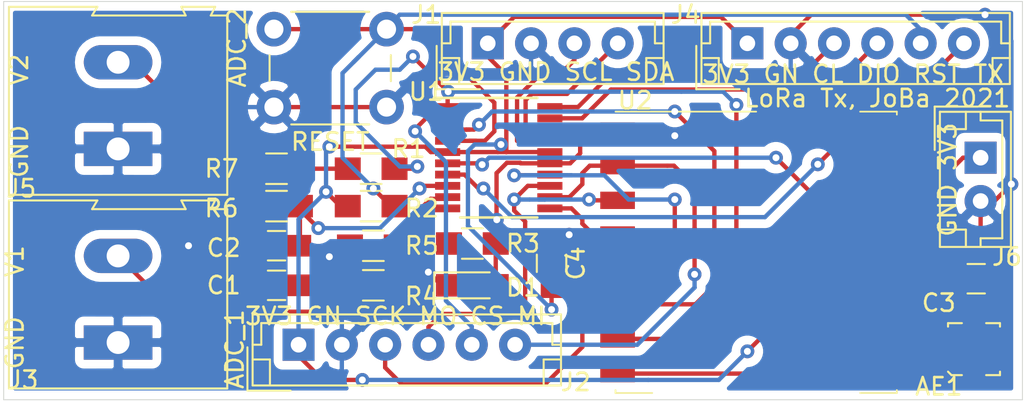
<source format=kicad_pcb>
(kicad_pcb (version 20171130) (host pcbnew 5.1.8-5.1.8)

  (general
    (thickness 1.6)
    (drawings 13)
    (tracks 351)
    (zones 0)
    (modules 22)
    (nets 24)
  )

  (page A4)
  (layers
    (0 F.Cu signal)
    (31 B.Cu signal)
    (33 F.Adhes user)
    (35 F.Paste user)
    (37 F.SilkS user)
    (38 B.Mask user)
    (39 F.Mask user)
    (40 Dwgs.User user)
    (41 Cmts.User user)
    (42 Eco1.User user)
    (43 Eco2.User user)
    (44 Edge.Cuts user)
    (45 Margin user)
    (46 B.CrtYd user)
    (47 F.CrtYd user)
    (49 F.Fab user)
  )

  (setup
    (last_trace_width 0.25)
    (trace_clearance 0.2)
    (zone_clearance 0.508)
    (zone_45_only no)
    (trace_min 0.2)
    (via_size 0.8)
    (via_drill 0.4)
    (via_min_size 0.4)
    (via_min_drill 0.3)
    (uvia_size 0.3)
    (uvia_drill 0.1)
    (uvias_allowed no)
    (uvia_min_size 0.2)
    (uvia_min_drill 0.1)
    (edge_width 0.05)
    (segment_width 0.2)
    (pcb_text_width 0.3)
    (pcb_text_size 1.5 1.5)
    (mod_edge_width 0.12)
    (mod_text_size 1 1)
    (mod_text_width 0.15)
    (pad_size 1.524 1.524)
    (pad_drill 0.762)
    (pad_to_mask_clearance 0)
    (aux_axis_origin 0 0)
    (visible_elements FFFFFF7F)
    (pcbplotparams
      (layerselection 0x010fc_ffffffff)
      (usegerberextensions false)
      (usegerberattributes true)
      (usegerberadvancedattributes true)
      (creategerberjobfile true)
      (excludeedgelayer true)
      (linewidth 0.100000)
      (plotframeref false)
      (viasonmask false)
      (mode 1)
      (useauxorigin false)
      (hpglpennumber 1)
      (hpglpenspeed 20)
      (hpglpendiameter 15.000000)
      (psnegative false)
      (psa4output false)
      (plotreference true)
      (plotvalue true)
      (plotinvisibletext false)
      (padsonsilk false)
      (subtractmaskfromsilk false)
      (outputformat 1)
      (mirror false)
      (drillshape 1)
      (scaleselection 1)
      (outputdirectory ""))
  )

  (net 0 "")
  (net 1 "Net-(AE1-Pad1)")
  (net 2 GND)
  (net 3 ADC_1)
  (net 4 ADC_2)
  (net 5 +3V3)
  (net 6 "Net-(D1-Pad2)")
  (net 7 SDA)
  (net 8 SCL)
  (net 9 MISO)
  (net 10 EXT_CS)
  (net 11 MOSI)
  (net 12 SCK)
  (net 13 "Net-(J3-Pad2)")
  (net 14 SWCLK)
  (net 15 SWDIO)
  (net 16 NRST)
  (net 17 TX)
  (net 18 "Net-(J5-Pad2)")
  (net 19 READY)
  (net 20 "Net-(R3-Pad2)")
  (net 21 RFM_CS)
  (net 22 DONE)
  (net 23 RFM_RST)

  (net_class Default "This is the default net class."
    (clearance 0.2)
    (trace_width 0.25)
    (via_dia 0.8)
    (via_drill 0.4)
    (uvia_dia 0.3)
    (uvia_drill 0.1)
    (add_net +3V3)
    (add_net ADC_1)
    (add_net ADC_2)
    (add_net DONE)
    (add_net EXT_CS)
    (add_net GND)
    (add_net MISO)
    (add_net MOSI)
    (add_net NRST)
    (add_net "Net-(AE1-Pad1)")
    (add_net "Net-(D1-Pad2)")
    (add_net "Net-(J3-Pad2)")
    (add_net "Net-(J5-Pad2)")
    (add_net "Net-(R3-Pad2)")
    (add_net READY)
    (add_net RFM_CS)
    (add_net RFM_RST)
    (add_net SCK)
    (add_net SCL)
    (add_net SDA)
    (add_net SWCLK)
    (add_net SWDIO)
    (add_net TX)
  )

  (module Connectors_Terminal_Blocks:TerminalBlock_Altech_AK300-2_P5.00mm (layer F.Cu) (tedit 59FF0306) (tstamp 603013ED)
    (at 43.561 127.762 90)
    (descr "Altech AK300 terminal block, pitch 5.0mm, 45 degree angled, see http://www.mouser.com/ds/2/16/PCBMETRC-24178.pdf")
    (tags "Altech AK300 terminal block pitch 5.0mm")
    (path /605BC0FD)
    (fp_text reference J5 (at -2.286 -5.588 180) (layer F.SilkS)
      (effects (font (size 1 1) (thickness 0.15)))
    )
    (fp_text value Barrel_Jack (at 2.78 7.75 90) (layer F.Fab)
      (effects (font (size 1 1) (thickness 0.15)))
    )
    (fp_line (start 8.36 6.47) (end -2.83 6.47) (layer F.CrtYd) (width 0.05))
    (fp_line (start 8.36 6.47) (end 8.36 -6.47) (layer F.CrtYd) (width 0.05))
    (fp_line (start -2.83 -6.47) (end -2.83 6.47) (layer F.CrtYd) (width 0.05))
    (fp_line (start -2.83 -6.47) (end 8.36 -6.47) (layer F.CrtYd) (width 0.05))
    (fp_line (start 3.36 -0.25) (end 6.67 -0.25) (layer F.Fab) (width 0.1))
    (fp_line (start 2.98 -0.25) (end 3.36 -0.25) (layer F.Fab) (width 0.1))
    (fp_line (start 7.05 -0.25) (end 6.67 -0.25) (layer F.Fab) (width 0.1))
    (fp_line (start 6.67 -0.64) (end 3.36 -0.64) (layer F.Fab) (width 0.1))
    (fp_line (start 7.61 -0.64) (end 6.67 -0.64) (layer F.Fab) (width 0.1))
    (fp_line (start 1.66 -0.64) (end 3.36 -0.64) (layer F.Fab) (width 0.1))
    (fp_line (start -1.64 -0.64) (end 1.66 -0.64) (layer F.Fab) (width 0.1))
    (fp_line (start -2.58 -0.64) (end -1.64 -0.64) (layer F.Fab) (width 0.1))
    (fp_line (start 1.66 -0.25) (end -1.64 -0.25) (layer F.Fab) (width 0.1))
    (fp_line (start 2.04 -0.25) (end 1.66 -0.25) (layer F.Fab) (width 0.1))
    (fp_line (start -2.02 -0.25) (end -1.64 -0.25) (layer F.Fab) (width 0.1))
    (fp_line (start -1.49 -4.32) (end 1.56 -4.95) (layer F.Fab) (width 0.1))
    (fp_line (start -1.62 -4.45) (end 1.44 -5.08) (layer F.Fab) (width 0.1))
    (fp_line (start 3.52 -4.32) (end 6.56 -4.95) (layer F.Fab) (width 0.1))
    (fp_line (start 3.39 -4.45) (end 6.44 -5.08) (layer F.Fab) (width 0.1))
    (fp_line (start 2.04 -5.97) (end -2.02 -5.97) (layer F.Fab) (width 0.1))
    (fp_line (start -2.02 -3.43) (end -2.02 -5.97) (layer F.Fab) (width 0.1))
    (fp_line (start 2.04 -3.43) (end -2.02 -3.43) (layer F.Fab) (width 0.1))
    (fp_line (start 2.04 -3.43) (end 2.04 -5.97) (layer F.Fab) (width 0.1))
    (fp_line (start 7.05 -3.43) (end 2.98 -3.43) (layer F.Fab) (width 0.1))
    (fp_line (start 7.05 -5.97) (end 7.05 -3.43) (layer F.Fab) (width 0.1))
    (fp_line (start 2.98 -5.97) (end 7.05 -5.97) (layer F.Fab) (width 0.1))
    (fp_line (start 2.98 -3.43) (end 2.98 -5.97) (layer F.Fab) (width 0.1))
    (fp_line (start 7.61 -3.17) (end 7.61 -1.65) (layer F.Fab) (width 0.1))
    (fp_line (start -2.58 -3.17) (end -2.58 -6.22) (layer F.Fab) (width 0.1))
    (fp_line (start -2.58 -3.17) (end 7.61 -3.17) (layer F.Fab) (width 0.1))
    (fp_line (start 7.61 -0.64) (end 7.61 4.06) (layer F.Fab) (width 0.1))
    (fp_line (start 7.61 -1.65) (end 7.61 -0.64) (layer F.Fab) (width 0.1))
    (fp_line (start -2.58 -0.64) (end -2.58 -3.17) (layer F.Fab) (width 0.1))
    (fp_line (start -2.58 6.22) (end -2.58 -0.64) (layer F.Fab) (width 0.1))
    (fp_line (start 6.67 0.51) (end 6.28 0.51) (layer F.Fab) (width 0.1))
    (fp_line (start 3.36 0.51) (end 3.74 0.51) (layer F.Fab) (width 0.1))
    (fp_line (start 1.66 0.51) (end 1.28 0.51) (layer F.Fab) (width 0.1))
    (fp_line (start -1.64 0.51) (end -1.26 0.51) (layer F.Fab) (width 0.1))
    (fp_line (start -1.64 3.68) (end -1.64 0.51) (layer F.Fab) (width 0.1))
    (fp_line (start 1.66 3.68) (end -1.64 3.68) (layer F.Fab) (width 0.1))
    (fp_line (start 1.66 3.68) (end 1.66 0.51) (layer F.Fab) (width 0.1))
    (fp_line (start 3.36 3.68) (end 3.36 0.51) (layer F.Fab) (width 0.1))
    (fp_line (start 6.67 3.68) (end 3.36 3.68) (layer F.Fab) (width 0.1))
    (fp_line (start 6.67 3.68) (end 6.67 0.51) (layer F.Fab) (width 0.1))
    (fp_line (start -2.02 4.32) (end -2.02 6.22) (layer F.Fab) (width 0.1))
    (fp_line (start 2.04 4.32) (end 2.04 -0.25) (layer F.Fab) (width 0.1))
    (fp_line (start 2.04 4.32) (end -2.02 4.32) (layer F.Fab) (width 0.1))
    (fp_line (start 7.05 4.32) (end 7.05 6.22) (layer F.Fab) (width 0.1))
    (fp_line (start 2.98 4.32) (end 2.98 -0.25) (layer F.Fab) (width 0.1))
    (fp_line (start 2.98 4.32) (end 7.05 4.32) (layer F.Fab) (width 0.1))
    (fp_line (start -2.02 6.22) (end 2.04 6.22) (layer F.Fab) (width 0.1))
    (fp_line (start -2.58 6.22) (end -2.02 6.22) (layer F.Fab) (width 0.1))
    (fp_line (start -2.02 -0.25) (end -2.02 4.32) (layer F.Fab) (width 0.1))
    (fp_line (start 2.04 6.22) (end 2.98 6.22) (layer F.Fab) (width 0.1))
    (fp_line (start 2.04 6.22) (end 2.04 4.32) (layer F.Fab) (width 0.1))
    (fp_line (start 7.05 6.22) (end 7.61 6.22) (layer F.Fab) (width 0.1))
    (fp_line (start 2.98 6.22) (end 7.05 6.22) (layer F.Fab) (width 0.1))
    (fp_line (start 7.05 -0.25) (end 7.05 4.32) (layer F.Fab) (width 0.1))
    (fp_line (start 2.98 6.22) (end 2.98 4.32) (layer F.Fab) (width 0.1))
    (fp_line (start 8.11 3.81) (end 8.11 5.46) (layer F.Fab) (width 0.1))
    (fp_line (start 7.61 4.06) (end 7.61 5.21) (layer F.Fab) (width 0.1))
    (fp_line (start 8.11 3.81) (end 7.61 4.06) (layer F.Fab) (width 0.1))
    (fp_line (start 7.61 5.21) (end 7.61 6.22) (layer F.Fab) (width 0.1))
    (fp_line (start 8.11 5.46) (end 7.61 5.21) (layer F.Fab) (width 0.1))
    (fp_line (start 8.11 -1.4) (end 7.61 -1.65) (layer F.Fab) (width 0.1))
    (fp_line (start 8.11 -6.22) (end 8.11 -1.4) (layer F.Fab) (width 0.1))
    (fp_line (start 7.61 -6.22) (end 8.11 -6.22) (layer F.Fab) (width 0.1))
    (fp_line (start 7.61 -6.22) (end -2.58 -6.22) (layer F.Fab) (width 0.1))
    (fp_line (start 7.61 -6.22) (end 7.61 -3.17) (layer F.Fab) (width 0.1))
    (fp_line (start 3.74 2.54) (end 3.74 -0.25) (layer F.Fab) (width 0.1))
    (fp_line (start 3.74 -0.25) (end 6.28 -0.25) (layer F.Fab) (width 0.1))
    (fp_line (start 6.28 2.54) (end 6.28 -0.25) (layer F.Fab) (width 0.1))
    (fp_line (start 3.74 2.54) (end 6.28 2.54) (layer F.Fab) (width 0.1))
    (fp_line (start -1.26 2.54) (end -1.26 -0.25) (layer F.Fab) (width 0.1))
    (fp_line (start -1.26 -0.25) (end 1.28 -0.25) (layer F.Fab) (width 0.1))
    (fp_line (start 1.28 2.54) (end 1.28 -0.25) (layer F.Fab) (width 0.1))
    (fp_line (start -1.26 2.54) (end 1.28 2.54) (layer F.Fab) (width 0.1))
    (fp_line (start 8.2 -6.3) (end -2.65 -6.3) (layer F.SilkS) (width 0.12))
    (fp_line (start 8.2 -1.2) (end 8.2 -6.3) (layer F.SilkS) (width 0.12))
    (fp_line (start 7.7 -1.5) (end 8.2 -1.2) (layer F.SilkS) (width 0.12))
    (fp_line (start 7.7 3.9) (end 7.7 -1.5) (layer F.SilkS) (width 0.12))
    (fp_line (start 8.2 3.65) (end 7.7 3.9) (layer F.SilkS) (width 0.12))
    (fp_line (start 8.2 3.7) (end 8.2 3.65) (layer F.SilkS) (width 0.12))
    (fp_line (start 8.2 5.6) (end 8.2 3.7) (layer F.SilkS) (width 0.12))
    (fp_line (start 7.7 5.35) (end 8.2 5.6) (layer F.SilkS) (width 0.12))
    (fp_line (start 7.7 6.3) (end 7.7 5.35) (layer F.SilkS) (width 0.12))
    (fp_line (start -2.65 6.3) (end 7.7 6.3) (layer F.SilkS) (width 0.12))
    (fp_line (start -2.65 -6.3) (end -2.65 6.3) (layer F.SilkS) (width 0.12))
    (fp_arc (start -1.13 -4.65) (end -1.42 -4.13) (angle 104.2) (layer F.Fab) (width 0.1))
    (fp_arc (start -0.01 -3.71) (end -1.62 -5) (angle 100) (layer F.Fab) (width 0.1))
    (fp_arc (start 0.06 -6.07) (end 1.53 -4.12) (angle 75.5) (layer F.Fab) (width 0.1))
    (fp_arc (start 1.03 -4.59) (end 1.53 -5.05) (angle 90.5) (layer F.Fab) (width 0.1))
    (fp_arc (start 3.87 -4.65) (end 3.58 -4.13) (angle 104.2) (layer F.Fab) (width 0.1))
    (fp_arc (start 4.99 -3.71) (end 3.39 -5) (angle 100) (layer F.Fab) (width 0.1))
    (fp_arc (start 5.07 -6.07) (end 6.53 -4.12) (angle 75.5) (layer F.Fab) (width 0.1))
    (fp_arc (start 6.03 -4.59) (end 6.54 -5.05) (angle 90.5) (layer F.Fab) (width 0.1))
    (fp_text user %R (at 2.5 -2 90) (layer F.Fab)
      (effects (font (size 1 1) (thickness 0.15)))
    )
    (pad 2 thru_hole oval (at 5 0 90) (size 1.98 3.96) (drill 1.32) (layers *.Cu *.Mask)
      (net 18 "Net-(J5-Pad2)"))
    (pad 1 thru_hole rect (at 0 0 90) (size 1.98 3.96) (drill 1.32) (layers *.Cu *.Mask)
      (net 2 GND))
    (model ${KISYS3DMOD}/Terminal_Blocks.3dshapes/TerminalBlock_Altech_AK300-2_P5.00mm.wrl
      (at (xyz 0 0 0))
      (scale (xyz 1 1 1))
      (rotate (xyz 0 0 0))
    )
  )

  (module Capacitors_SMD:C_0805_HandSoldering (layer F.Cu) (tedit 58AA84A8) (tstamp 603012A0)
    (at 68.58 134.366 90)
    (descr "Capacitor SMD 0805, hand soldering")
    (tags "capacitor 0805")
    (path /6030C70F)
    (attr smd)
    (fp_text reference C4 (at 0 1.397 90) (layer F.SilkS)
      (effects (font (size 1 1) (thickness 0.15)))
    )
    (fp_text value 10µ (at 0 1.75 90) (layer F.Fab)
      (effects (font (size 1 1) (thickness 0.15)))
    )
    (fp_line (start 2.25 0.87) (end -2.25 0.87) (layer F.CrtYd) (width 0.05))
    (fp_line (start 2.25 0.87) (end 2.25 -0.88) (layer F.CrtYd) (width 0.05))
    (fp_line (start -2.25 -0.88) (end -2.25 0.87) (layer F.CrtYd) (width 0.05))
    (fp_line (start -2.25 -0.88) (end 2.25 -0.88) (layer F.CrtYd) (width 0.05))
    (fp_line (start -0.5 0.85) (end 0.5 0.85) (layer F.SilkS) (width 0.12))
    (fp_line (start 0.5 -0.85) (end -0.5 -0.85) (layer F.SilkS) (width 0.12))
    (fp_line (start -1 -0.62) (end 1 -0.62) (layer F.Fab) (width 0.1))
    (fp_line (start 1 -0.62) (end 1 0.62) (layer F.Fab) (width 0.1))
    (fp_line (start 1 0.62) (end -1 0.62) (layer F.Fab) (width 0.1))
    (fp_line (start -1 0.62) (end -1 -0.62) (layer F.Fab) (width 0.1))
    (fp_text user %R (at 0 -1.75 90) (layer F.Fab)
      (effects (font (size 1 1) (thickness 0.15)))
    )
    (pad 2 smd rect (at 1.25 0 90) (size 1.5 1.25) (layers F.Cu F.Paste F.Mask)
      (net 2 GND))
    (pad 1 smd rect (at -1.25 0 90) (size 1.5 1.25) (layers F.Cu F.Paste F.Mask)
      (net 5 +3V3))
    (model Capacitors_SMD.3dshapes/C_0805.wrl
      (at (xyz 0 0 0))
      (scale (xyz 1 1 1))
      (rotate (xyz 0 0 0))
    )
  )

  (module RF_Modules:Hopref_RFM9XW_SMD (layer F.Cu) (tedit 59D9324F) (tstamp 603014E6)
    (at 80.391 133.731)
    (descr " Low Power Long Range Transceiver Module SMD-16 http://www.hoperf.com/upload/rf/RFM95_96_97_98W.pdf")
    (tags " Low Power Long Range Transceiver Module")
    (path /602FC82F)
    (attr smd)
    (fp_text reference U2 (at -6.985 -8.763) (layer F.SilkS)
      (effects (font (size 1 1) (thickness 0.15)))
    )
    (fp_text value RFM95W-868S2 (at -0.127 3.175) (layer F.Fab)
      (effects (font (size 1 1) (thickness 0.15)))
    )
    (fp_line (start 8.12 -8.12) (end 8.12 -7.95) (layer F.SilkS) (width 0.1))
    (fp_line (start 6 -8.12) (end 8.12 -8.12) (layer F.SilkS) (width 0.1))
    (fp_line (start -8.12 8.12) (end -8.12 7.95) (layer F.SilkS) (width 0.1))
    (fp_line (start -8.12 8.12) (end -6 8.12) (layer F.SilkS) (width 0.1))
    (fp_line (start 8.12 8.12) (end 8.12 7.95) (layer F.SilkS) (width 0.1))
    (fp_line (start -9.45 8.25) (end -9.45 -8.25) (layer F.CrtYd) (width 0.05))
    (fp_line (start -9.45 8.25) (end 9.45 8.25) (layer F.CrtYd) (width 0.05))
    (fp_line (start 9.45 -8.25) (end 9.45 8.25) (layer F.CrtYd) (width 0.05))
    (fp_line (start -9.45 -8.25) (end 9.45 -8.25) (layer F.CrtYd) (width 0.05))
    (fp_line (start 6 8.12) (end 8.12 8.12) (layer F.SilkS) (width 0.1))
    (fp_line (start -8.12 -8.12) (end 0 -8.12) (layer F.SilkS) (width 0.1))
    (fp_line (start -8 8) (end -8 -8) (layer F.Fab) (width 0.12))
    (fp_line (start -8 8) (end 8 8) (layer F.Fab) (width 0.12))
    (fp_line (start 8 8) (end 8 -8) (layer F.Fab) (width 0.12))
    (fp_line (start -8 -8) (end 8 -8) (layer F.Fab) (width 0.12))
    (fp_text user %R (at 0 0) (layer F.Fab)
      (effects (font (size 1 1) (thickness 0.15)))
    )
    (pad 16 smd rect (at 8 -7) (size 2 1) (layers F.Cu F.Paste F.Mask))
    (pad 15 smd rect (at 8 -5) (size 2 1) (layers F.Cu F.Paste F.Mask))
    (pad 14 smd rect (at 8 -3) (size 2 1) (layers F.Cu F.Paste F.Mask)
      (net 22 DONE))
    (pad 13 smd rect (at 8 -1) (size 2 1) (layers F.Cu F.Paste F.Mask)
      (net 5 +3V3))
    (pad 12 smd rect (at 8 1) (size 2 1) (layers F.Cu F.Paste F.Mask))
    (pad 11 smd rect (at 8 3) (size 2 1) (layers F.Cu F.Paste F.Mask))
    (pad 10 smd rect (at 8 5) (size 2 1) (layers F.Cu F.Paste F.Mask)
      (net 2 GND))
    (pad 9 smd rect (at 8 7) (size 2 1) (layers F.Cu F.Paste F.Mask)
      (net 1 "Net-(AE1-Pad1)"))
    (pad 8 smd rect (at -8 7) (size 2 1) (layers F.Cu F.Paste F.Mask)
      (net 2 GND))
    (pad 7 smd rect (at -8 5) (size 2 1) (layers F.Cu F.Paste F.Mask)
      (net 19 READY))
    (pad 6 smd rect (at -8 3) (size 2 1) (layers F.Cu F.Paste F.Mask)
      (net 23 RFM_RST))
    (pad 5 smd rect (at -8 1) (size 2 1) (layers F.Cu F.Paste F.Mask)
      (net 21 RFM_CS))
    (pad 4 smd rect (at -8 -1) (size 2 1) (layers F.Cu F.Paste F.Mask)
      (net 12 SCK))
    (pad 3 smd rect (at -8 -3) (size 2 1) (layers F.Cu F.Paste F.Mask)
      (net 11 MOSI))
    (pad 2 smd rect (at -8 -5) (size 2 1) (layers F.Cu F.Paste F.Mask)
      (net 9 MISO))
    (pad 1 smd rect (at -8 -7) (size 2 1) (layers F.Cu F.Paste F.Mask)
      (net 2 GND))
    (model ${KISYS3DMOD}/RF_Modules.3dshapes/Hopref_RFM9XW_SMD.wrl
      (at (xyz 0 0 0))
      (scale (xyz 1 1 1))
      (rotate (xyz 0 0 0))
    )
  )

  (module Resistors_SMD:R_0805_HandSoldering (layer F.Cu) (tedit 58E0A804) (tstamp 60301451)
    (at 58.293 135.636)
    (descr "Resistor SMD 0805, hand soldering")
    (tags "resistor 0805")
    (path /60568606)
    (attr smd)
    (fp_text reference R4 (at 2.794 0.635) (layer F.SilkS)
      (effects (font (size 1 1) (thickness 0.15)))
    )
    (fp_text value 1M (at 0 1.75) (layer F.Fab)
      (effects (font (size 1 1) (thickness 0.15)))
    )
    (fp_line (start -1 0.62) (end -1 -0.62) (layer F.Fab) (width 0.1))
    (fp_line (start 1 0.62) (end -1 0.62) (layer F.Fab) (width 0.1))
    (fp_line (start 1 -0.62) (end 1 0.62) (layer F.Fab) (width 0.1))
    (fp_line (start -1 -0.62) (end 1 -0.62) (layer F.Fab) (width 0.1))
    (fp_line (start 0.6 0.88) (end -0.6 0.88) (layer F.SilkS) (width 0.12))
    (fp_line (start -0.6 -0.88) (end 0.6 -0.88) (layer F.SilkS) (width 0.12))
    (fp_line (start -2.35 -0.9) (end 2.35 -0.9) (layer F.CrtYd) (width 0.05))
    (fp_line (start -2.35 -0.9) (end -2.35 0.9) (layer F.CrtYd) (width 0.05))
    (fp_line (start 2.35 0.9) (end 2.35 -0.9) (layer F.CrtYd) (width 0.05))
    (fp_line (start 2.35 0.9) (end -2.35 0.9) (layer F.CrtYd) (width 0.05))
    (fp_text user %R (at -1.778 0.381) (layer F.Fab)
      (effects (font (size 0.5 0.5) (thickness 0.075)))
    )
    (pad 1 smd rect (at -1.35 0) (size 1.5 1.3) (layers F.Cu F.Paste F.Mask)
      (net 3 ADC_1))
    (pad 2 smd rect (at 1.35 0) (size 1.5 1.3) (layers F.Cu F.Paste F.Mask)
      (net 13 "Net-(J3-Pad2)"))
    (model ${KISYS3DMOD}/Resistors_SMD.3dshapes/R_0805.wrl
      (at (xyz 0 0 0))
      (scale (xyz 1 1 1))
      (rotate (xyz 0 0 0))
    )
  )

  (module Connectors_Molex:Molex_Microcoaxial_RF (layer F.Cu) (tedit 5884C15F) (tstamp 6030125C)
    (at 92.964 139.319)
    (descr "Molex Microcoaxial RF, mates Hirose U.FL, http://www.molex.com/pdm_docs/sd/734120110_sd.pdf")
    (tags "mcrf hirose ufl u.fl microcoaxial")
    (path /6044D14D)
    (attr smd)
    (fp_text reference AE1 (at -2.032 2.159) (layer F.SilkS)
      (effects (font (size 1 1) (thickness 0.15)))
    )
    (fp_text value Antenna_Shield (at -7.747 0.381) (layer F.Fab)
      (effects (font (size 1 1) (thickness 0.15)))
    )
    (fp_circle (center 0 0) (end 0 0.2) (layer F.Fab) (width 0.1))
    (fp_line (start -1 1.3) (end 1.3 1.3) (layer F.Fab) (width 0.1))
    (fp_line (start 2.5 -2.5) (end -2.5 -2.5) (layer F.CrtYd) (width 0.05))
    (fp_line (start 2.5 2.5) (end 2.5 -2.5) (layer F.CrtYd) (width 0.05))
    (fp_line (start -2.5 2.5) (end 2.5 2.5) (layer F.CrtYd) (width 0.05))
    (fp_line (start -2.5 -2.5) (end -2.5 2.5) (layer F.CrtYd) (width 0.05))
    (fp_line (start 1.3 -1.3) (end 1.3 1.3) (layer F.Fab) (width 0.1))
    (fp_line (start -1.3 1) (end -1 1.3) (layer F.Fab) (width 0.1))
    (fp_line (start -1.3 -1.3) (end -1.3 1) (layer F.Fab) (width 0.1))
    (fp_line (start -1.3 -1.3) (end 1.3 -1.3) (layer F.Fab) (width 0.1))
    (fp_circle (center 0 0) (end 1 0) (layer F.Fab) (width 0.1))
    (fp_line (start -1.5 -1.5) (end -0.7 -1.5) (layer F.SilkS) (width 0.12))
    (fp_line (start -1.5 -1.3) (end -1.5 -1.5) (layer F.SilkS) (width 0.12))
    (fp_line (start 1.5 -1.5) (end 1.5 -1.3) (layer F.SilkS) (width 0.12))
    (fp_line (start 0.7 -1.5) (end 1.5 -1.5) (layer F.SilkS) (width 0.12))
    (fp_line (start 1.5 1.5) (end 0.7 1.5) (layer F.SilkS) (width 0.12))
    (fp_line (start 1.5 1.3) (end 1.5 1.5) (layer F.SilkS) (width 0.12))
    (fp_line (start -1.3 1.5) (end -1.5 1.3) (layer F.SilkS) (width 0.12))
    (fp_line (start -0.7 1.5) (end -1.3 1.5) (layer F.SilkS) (width 0.12))
    (fp_circle (center 0 0) (end 0 0.125) (layer F.Fab) (width 0.1))
    (fp_circle (center 0 0) (end 0 0.05) (layer F.Fab) (width 0.1))
    (pad 1 smd rect (at 0 1.5) (size 1 1) (layers F.Cu F.Paste F.Mask)
      (net 1 "Net-(AE1-Pad1)"))
    (pad 2 smd rect (at 0 -1.5) (size 1 1) (layers F.Cu F.Paste F.Mask)
      (net 2 GND))
    (pad 2 smd rect (at 1.475 0) (size 1.05 2.2) (layers F.Cu F.Paste F.Mask)
      (net 2 GND))
    (pad 2 smd rect (at -1.475 0) (size 1.05 2.2) (layers F.Cu F.Paste F.Mask)
      (net 2 GND))
    (model ${KISYS3DMOD}/Connectors_Molex.3dshapes/Molex_Microcoaxial_RF.wrl
      (at (xyz 0 0 0))
      (scale (xyz 1 1 1))
      (rotate (xyz 0 0 0))
    )
  )

  (module Capacitors_SMD:C_0805_HandSoldering (layer F.Cu) (tedit 58AA84A8) (tstamp 6030126D)
    (at 52.705 135.636 180)
    (descr "Capacitor SMD 0805, hand soldering")
    (tags "capacitor 0805")
    (path /60589131)
    (attr smd)
    (fp_text reference C1 (at 3.048 0) (layer F.SilkS)
      (effects (font (size 1 1) (thickness 0.15)))
    )
    (fp_text value 100n (at 0 1.75) (layer F.Fab)
      (effects (font (size 1 1) (thickness 0.15)))
    )
    (fp_line (start 2.25 0.87) (end -2.25 0.87) (layer F.CrtYd) (width 0.05))
    (fp_line (start 2.25 0.87) (end 2.25 -0.88) (layer F.CrtYd) (width 0.05))
    (fp_line (start -2.25 -0.88) (end -2.25 0.87) (layer F.CrtYd) (width 0.05))
    (fp_line (start -2.25 -0.88) (end 2.25 -0.88) (layer F.CrtYd) (width 0.05))
    (fp_line (start -0.5 0.85) (end 0.5 0.85) (layer F.SilkS) (width 0.12))
    (fp_line (start 0.5 -0.85) (end -0.5 -0.85) (layer F.SilkS) (width 0.12))
    (fp_line (start -1 -0.62) (end 1 -0.62) (layer F.Fab) (width 0.1))
    (fp_line (start 1 -0.62) (end 1 0.62) (layer F.Fab) (width 0.1))
    (fp_line (start 1 0.62) (end -1 0.62) (layer F.Fab) (width 0.1))
    (fp_line (start -1 0.62) (end -1 -0.62) (layer F.Fab) (width 0.1))
    (fp_text user %R (at 0 -1.75) (layer F.Fab)
      (effects (font (size 1 1) (thickness 0.15)))
    )
    (pad 2 smd rect (at 1.25 0 180) (size 1.5 1.25) (layers F.Cu F.Paste F.Mask)
      (net 2 GND))
    (pad 1 smd rect (at -1.25 0 180) (size 1.5 1.25) (layers F.Cu F.Paste F.Mask)
      (net 3 ADC_1))
    (model Capacitors_SMD.3dshapes/C_0805.wrl
      (at (xyz 0 0 0))
      (scale (xyz 1 1 1))
      (rotate (xyz 0 0 0))
    )
  )

  (module Capacitors_SMD:C_0805_HandSoldering (layer F.Cu) (tedit 58AA84A8) (tstamp 6030127E)
    (at 52.705 133.35 180)
    (descr "Capacitor SMD 0805, hand soldering")
    (tags "capacitor 0805")
    (path /605BC111)
    (attr smd)
    (fp_text reference C2 (at 3.048 -0.127) (layer F.SilkS)
      (effects (font (size 1 1) (thickness 0.15)))
    )
    (fp_text value 100n (at 0 1.75) (layer F.Fab)
      (effects (font (size 1 1) (thickness 0.15)))
    )
    (fp_line (start -1 0.62) (end -1 -0.62) (layer F.Fab) (width 0.1))
    (fp_line (start 1 0.62) (end -1 0.62) (layer F.Fab) (width 0.1))
    (fp_line (start 1 -0.62) (end 1 0.62) (layer F.Fab) (width 0.1))
    (fp_line (start -1 -0.62) (end 1 -0.62) (layer F.Fab) (width 0.1))
    (fp_line (start 0.5 -0.85) (end -0.5 -0.85) (layer F.SilkS) (width 0.12))
    (fp_line (start -0.5 0.85) (end 0.5 0.85) (layer F.SilkS) (width 0.12))
    (fp_line (start -2.25 -0.88) (end 2.25 -0.88) (layer F.CrtYd) (width 0.05))
    (fp_line (start -2.25 -0.88) (end -2.25 0.87) (layer F.CrtYd) (width 0.05))
    (fp_line (start 2.25 0.87) (end 2.25 -0.88) (layer F.CrtYd) (width 0.05))
    (fp_line (start 2.25 0.87) (end -2.25 0.87) (layer F.CrtYd) (width 0.05))
    (fp_text user %R (at 0 -1.75) (layer F.Fab)
      (effects (font (size 1 1) (thickness 0.15)))
    )
    (pad 1 smd rect (at -1.25 0 180) (size 1.5 1.25) (layers F.Cu F.Paste F.Mask)
      (net 4 ADC_2))
    (pad 2 smd rect (at 1.25 0 180) (size 1.5 1.25) (layers F.Cu F.Paste F.Mask)
      (net 2 GND))
    (model Capacitors_SMD.3dshapes/C_0805.wrl
      (at (xyz 0 0 0))
      (scale (xyz 1 1 1))
      (rotate (xyz 0 0 0))
    )
  )

  (module Capacitors_SMD:C_0805_HandSoldering (layer F.Cu) (tedit 58AA84A8) (tstamp 6030128F)
    (at 93.091 135.255)
    (descr "Capacitor SMD 0805, hand soldering")
    (tags "capacitor 0805")
    (path /6030DEB8)
    (attr smd)
    (fp_text reference C3 (at -2.159 1.397) (layer F.SilkS)
      (effects (font (size 1 1) (thickness 0.15)))
    )
    (fp_text value 10µ (at 0 1.75) (layer F.Fab)
      (effects (font (size 1 1) (thickness 0.15)))
    )
    (fp_line (start -1 0.62) (end -1 -0.62) (layer F.Fab) (width 0.1))
    (fp_line (start 1 0.62) (end -1 0.62) (layer F.Fab) (width 0.1))
    (fp_line (start 1 -0.62) (end 1 0.62) (layer F.Fab) (width 0.1))
    (fp_line (start -1 -0.62) (end 1 -0.62) (layer F.Fab) (width 0.1))
    (fp_line (start 0.5 -0.85) (end -0.5 -0.85) (layer F.SilkS) (width 0.12))
    (fp_line (start -0.5 0.85) (end 0.5 0.85) (layer F.SilkS) (width 0.12))
    (fp_line (start -2.25 -0.88) (end 2.25 -0.88) (layer F.CrtYd) (width 0.05))
    (fp_line (start -2.25 -0.88) (end -2.25 0.87) (layer F.CrtYd) (width 0.05))
    (fp_line (start 2.25 0.87) (end 2.25 -0.88) (layer F.CrtYd) (width 0.05))
    (fp_line (start 2.25 0.87) (end -2.25 0.87) (layer F.CrtYd) (width 0.05))
    (fp_text user %R (at -2.159 1.397) (layer F.Fab)
      (effects (font (size 1 1) (thickness 0.15)))
    )
    (pad 1 smd rect (at -1.25 0) (size 1.5 1.25) (layers F.Cu F.Paste F.Mask)
      (net 5 +3V3))
    (pad 2 smd rect (at 1.25 0) (size 1.5 1.25) (layers F.Cu F.Paste F.Mask)
      (net 2 GND))
    (model Capacitors_SMD.3dshapes/C_0805.wrl
      (at (xyz 0 0 0))
      (scale (xyz 1 1 1))
      (rotate (xyz 0 0 0))
    )
  )

  (module LEDs:LED_0805_HandSoldering (layer F.Cu) (tedit 595FCA25) (tstamp 603012B5)
    (at 64.008 135.636)
    (descr "Resistor SMD 0805, hand soldering")
    (tags "resistor 0805")
    (path /60306F60)
    (attr smd)
    (fp_text reference D1 (at 2.921 0.127) (layer F.SilkS)
      (effects (font (size 1 1) (thickness 0.15)))
    )
    (fp_text value LED (at 0 1.75) (layer F.Fab)
      (effects (font (size 1 1) (thickness 0.15)))
    )
    (fp_line (start -2.2 -0.75) (end -2.2 0.75) (layer F.SilkS) (width 0.12))
    (fp_line (start 2.35 0.9) (end -2.35 0.9) (layer F.CrtYd) (width 0.05))
    (fp_line (start 2.35 0.9) (end 2.35 -0.9) (layer F.CrtYd) (width 0.05))
    (fp_line (start -2.35 -0.9) (end -2.35 0.9) (layer F.CrtYd) (width 0.05))
    (fp_line (start -2.35 -0.9) (end 2.35 -0.9) (layer F.CrtYd) (width 0.05))
    (fp_line (start -2.2 -0.75) (end 1 -0.75) (layer F.SilkS) (width 0.12))
    (fp_line (start 1 0.75) (end -2.2 0.75) (layer F.SilkS) (width 0.12))
    (fp_line (start -1 -0.62) (end 1 -0.62) (layer F.Fab) (width 0.1))
    (fp_line (start 1 -0.62) (end 1 0.62) (layer F.Fab) (width 0.1))
    (fp_line (start 1 0.62) (end -1 0.62) (layer F.Fab) (width 0.1))
    (fp_line (start -1 0.62) (end -1 -0.62) (layer F.Fab) (width 0.1))
    (fp_line (start 0.2 -0.4) (end 0.2 0.4) (layer F.Fab) (width 0.1))
    (fp_line (start 0.2 0.4) (end -0.4 0) (layer F.Fab) (width 0.1))
    (fp_line (start -0.4 0) (end 0.2 -0.4) (layer F.Fab) (width 0.1))
    (fp_line (start -0.4 -0.4) (end -0.4 0.4) (layer F.Fab) (width 0.1))
    (pad 2 smd rect (at 1.35 0) (size 1.5 1.3) (layers F.Cu F.Paste F.Mask)
      (net 6 "Net-(D1-Pad2)"))
    (pad 1 smd rect (at -1.35 0) (size 1.5 1.3) (layers F.Cu F.Paste F.Mask)
      (net 2 GND))
    (model ${KISYS3DMOD}/LEDs.3dshapes/LED_0805.wrl
      (at (xyz 0 0 0))
      (scale (xyz 1 1 1))
      (rotate (xyz 0 0 0))
    )
  )

  (module Connectors_JST:JST_EH_B04B-EH-A_04x2.50mm_Straight (layer F.Cu) (tedit 58A3B0B5) (tstamp 603012D7)
    (at 64.897 121.666)
    (descr "JST EH series connector, B04B-EH-A, 2.50mm pitch, top entry")
    (tags "connector jst eh top vertical straight")
    (path /6039AF32)
    (fp_text reference J1 (at -3.556 -1.651) (layer F.SilkS)
      (effects (font (size 1 1) (thickness 0.15)))
    )
    (fp_text value Conn_01x04_Female (at 4.445 -1.651) (layer F.Fab)
      (effects (font (size 1 1) (thickness 0.15)))
    )
    (fp_line (start 10.65 -2.25) (end -3.15 -2.25) (layer F.CrtYd) (width 0.05))
    (fp_line (start 10.65 2.85) (end 10.65 -2.25) (layer F.CrtYd) (width 0.05))
    (fp_line (start -3.15 2.85) (end 10.65 2.85) (layer F.CrtYd) (width 0.05))
    (fp_line (start -3.15 -2.25) (end -3.15 2.85) (layer F.CrtYd) (width 0.05))
    (fp_line (start -2.95 2.65) (end -0.45 2.65) (layer F.Fab) (width 0.1))
    (fp_line (start -2.95 0.15) (end -2.95 2.65) (layer F.Fab) (width 0.1))
    (fp_line (start -2.95 2.65) (end -0.45 2.65) (layer F.SilkS) (width 0.12))
    (fp_line (start -2.95 0.15) (end -2.95 2.65) (layer F.SilkS) (width 0.12))
    (fp_line (start 9.15 0.85) (end 9.15 2.35) (layer F.SilkS) (width 0.12))
    (fp_line (start 10.15 0.85) (end 9.15 0.85) (layer F.SilkS) (width 0.12))
    (fp_line (start -1.65 0.85) (end -1.65 2.35) (layer F.SilkS) (width 0.12))
    (fp_line (start -2.65 0.85) (end -1.65 0.85) (layer F.SilkS) (width 0.12))
    (fp_line (start 9.65 0) (end 10.15 0) (layer F.SilkS) (width 0.12))
    (fp_line (start 9.65 -1.25) (end 9.65 0) (layer F.SilkS) (width 0.12))
    (fp_line (start -2.15 -1.25) (end 9.65 -1.25) (layer F.SilkS) (width 0.12))
    (fp_line (start -2.15 0) (end -2.15 -1.25) (layer F.SilkS) (width 0.12))
    (fp_line (start -2.65 0) (end -2.15 0) (layer F.SilkS) (width 0.12))
    (fp_line (start 10.15 -1.75) (end -2.65 -1.75) (layer F.SilkS) (width 0.12))
    (fp_line (start 10.15 2.35) (end 10.15 -1.75) (layer F.SilkS) (width 0.12))
    (fp_line (start -2.65 2.35) (end 10.15 2.35) (layer F.SilkS) (width 0.12))
    (fp_line (start -2.65 -1.75) (end -2.65 2.35) (layer F.SilkS) (width 0.12))
    (fp_line (start 10 -1.6) (end -2.5 -1.6) (layer F.Fab) (width 0.1))
    (fp_line (start 10 2.2) (end 10 -1.6) (layer F.Fab) (width 0.1))
    (fp_line (start -2.5 2.2) (end 10 2.2) (layer F.Fab) (width 0.1))
    (fp_line (start -2.5 -1.6) (end -2.5 2.2) (layer F.Fab) (width 0.1))
    (fp_text user %R (at -3.556 -1.651) (layer F.Fab)
      (effects (font (size 1 1) (thickness 0.15)))
    )
    (pad 4 thru_hole circle (at 7.5 0) (size 1.85 1.85) (drill 0.9) (layers *.Cu *.Mask)
      (net 7 SDA))
    (pad 3 thru_hole circle (at 5 0) (size 1.85 1.85) (drill 0.9) (layers *.Cu *.Mask)
      (net 8 SCL))
    (pad 2 thru_hole circle (at 2.5 0) (size 1.85 1.85) (drill 0.9) (layers *.Cu *.Mask)
      (net 2 GND))
    (pad 1 thru_hole rect (at 0 0) (size 1.85 1.85) (drill 0.9) (layers *.Cu *.Mask)
      (net 5 +3V3))
    (model Connectors_JST.3dshapes/JST_EH_B04B-EH-A_04x2.50mm_Straight.wrl
      (at (xyz 0 0 0))
      (scale (xyz 1 1 1))
      (rotate (xyz 0 0 0))
    )
  )

  (module Connectors_JST:JST_EH_B06B-EH-A_06x2.50mm_Straight (layer F.Cu) (tedit 58A3B0B5) (tstamp 603012FB)
    (at 53.975 139.065)
    (descr "JST EH series connector, B06B-EH-A, 2.50mm pitch, top entry")
    (tags "connector jst eh top vertical straight")
    (path /6039C536)
    (fp_text reference J2 (at 16.002 2.159) (layer F.SilkS)
      (effects (font (size 1 1) (thickness 0.15)))
    )
    (fp_text value Conn_01x06_Female (at 6.096 2.286) (layer F.Fab)
      (effects (font (size 1 1) (thickness 0.15)))
    )
    (fp_line (start 15.65 -2.25) (end -3.15 -2.25) (layer F.CrtYd) (width 0.05))
    (fp_line (start 15.65 2.85) (end 15.65 -2.25) (layer F.CrtYd) (width 0.05))
    (fp_line (start -3.15 2.85) (end 15.65 2.85) (layer F.CrtYd) (width 0.05))
    (fp_line (start -3.15 -2.25) (end -3.15 2.85) (layer F.CrtYd) (width 0.05))
    (fp_line (start -2.95 2.65) (end -0.45 2.65) (layer F.Fab) (width 0.1))
    (fp_line (start -2.95 0.15) (end -2.95 2.65) (layer F.Fab) (width 0.1))
    (fp_line (start -2.95 2.65) (end -0.45 2.65) (layer F.SilkS) (width 0.12))
    (fp_line (start -2.95 0.15) (end -2.95 2.65) (layer F.SilkS) (width 0.12))
    (fp_line (start 14.15 0.85) (end 14.15 2.35) (layer F.SilkS) (width 0.12))
    (fp_line (start 15.15 0.85) (end 14.15 0.85) (layer F.SilkS) (width 0.12))
    (fp_line (start -1.65 0.85) (end -1.65 2.35) (layer F.SilkS) (width 0.12))
    (fp_line (start -2.65 0.85) (end -1.65 0.85) (layer F.SilkS) (width 0.12))
    (fp_line (start 14.65 0) (end 15.15 0) (layer F.SilkS) (width 0.12))
    (fp_line (start 14.65 -1.25) (end 14.65 0) (layer F.SilkS) (width 0.12))
    (fp_line (start -2.15 -1.25) (end 14.65 -1.25) (layer F.SilkS) (width 0.12))
    (fp_line (start -2.15 0) (end -2.15 -1.25) (layer F.SilkS) (width 0.12))
    (fp_line (start -2.65 0) (end -2.15 0) (layer F.SilkS) (width 0.12))
    (fp_line (start 15.15 -1.75) (end -2.65 -1.75) (layer F.SilkS) (width 0.12))
    (fp_line (start 15.15 2.35) (end 15.15 -1.75) (layer F.SilkS) (width 0.12))
    (fp_line (start -2.65 2.35) (end 15.15 2.35) (layer F.SilkS) (width 0.12))
    (fp_line (start -2.65 -1.75) (end -2.65 2.35) (layer F.SilkS) (width 0.12))
    (fp_line (start 15 -1.6) (end -2.5 -1.6) (layer F.Fab) (width 0.1))
    (fp_line (start 15 2.2) (end 15 -1.6) (layer F.Fab) (width 0.1))
    (fp_line (start -2.5 2.2) (end 15 2.2) (layer F.Fab) (width 0.1))
    (fp_line (start -2.5 -1.6) (end -2.5 2.2) (layer F.Fab) (width 0.1))
    (fp_text user %R (at 6.25 -3) (layer F.Fab)
      (effects (font (size 1 1) (thickness 0.15)))
    )
    (pad 6 thru_hole circle (at 12.5 0) (size 1.85 1.85) (drill 0.9) (layers *.Cu *.Mask)
      (net 9 MISO))
    (pad 5 thru_hole circle (at 10 0) (size 1.85 1.85) (drill 0.9) (layers *.Cu *.Mask)
      (net 10 EXT_CS))
    (pad 4 thru_hole circle (at 7.5 0) (size 1.85 1.85) (drill 0.9) (layers *.Cu *.Mask)
      (net 11 MOSI))
    (pad 3 thru_hole circle (at 5 0) (size 1.85 1.85) (drill 0.9) (layers *.Cu *.Mask)
      (net 12 SCK))
    (pad 2 thru_hole circle (at 2.5 0) (size 1.85 1.85) (drill 0.9) (layers *.Cu *.Mask)
      (net 2 GND))
    (pad 1 thru_hole rect (at 0 0) (size 1.85 1.85) (drill 0.9) (layers *.Cu *.Mask)
      (net 5 +3V3))
    (model Connectors_JST.3dshapes/JST_EH_B06B-EH-A_06x2.50mm_Straight.wrl
      (at (xyz 0 0 0))
      (scale (xyz 1 1 1))
      (rotate (xyz 0 0 0))
    )
  )

  (module Connectors_Terminal_Blocks:TerminalBlock_Altech_AK300-2_P5.00mm (layer F.Cu) (tedit 59FF0306) (tstamp 60301362)
    (at 43.561 138.938 90)
    (descr "Altech AK300 terminal block, pitch 5.0mm, 45 degree angled, see http://www.mouser.com/ds/2/16/PCBMETRC-24178.pdf")
    (tags "Altech AK300 terminal block pitch 5.0mm")
    (path /603074CC)
    (fp_text reference J3 (at -2.159 -5.461 180) (layer F.SilkS)
      (effects (font (size 1 1) (thickness 0.15)))
    )
    (fp_text value Barrel_Jack (at 2.78 7.75 90) (layer F.Fab)
      (effects (font (size 1 1) (thickness 0.15)))
    )
    (fp_line (start -2.65 -6.3) (end -2.65 6.3) (layer F.SilkS) (width 0.12))
    (fp_line (start -2.65 6.3) (end 7.7 6.3) (layer F.SilkS) (width 0.12))
    (fp_line (start 7.7 6.3) (end 7.7 5.35) (layer F.SilkS) (width 0.12))
    (fp_line (start 7.7 5.35) (end 8.2 5.6) (layer F.SilkS) (width 0.12))
    (fp_line (start 8.2 5.6) (end 8.2 3.7) (layer F.SilkS) (width 0.12))
    (fp_line (start 8.2 3.7) (end 8.2 3.65) (layer F.SilkS) (width 0.12))
    (fp_line (start 8.2 3.65) (end 7.7 3.9) (layer F.SilkS) (width 0.12))
    (fp_line (start 7.7 3.9) (end 7.7 -1.5) (layer F.SilkS) (width 0.12))
    (fp_line (start 7.7 -1.5) (end 8.2 -1.2) (layer F.SilkS) (width 0.12))
    (fp_line (start 8.2 -1.2) (end 8.2 -6.3) (layer F.SilkS) (width 0.12))
    (fp_line (start 8.2 -6.3) (end -2.65 -6.3) (layer F.SilkS) (width 0.12))
    (fp_line (start -1.26 2.54) (end 1.28 2.54) (layer F.Fab) (width 0.1))
    (fp_line (start 1.28 2.54) (end 1.28 -0.25) (layer F.Fab) (width 0.1))
    (fp_line (start -1.26 -0.25) (end 1.28 -0.25) (layer F.Fab) (width 0.1))
    (fp_line (start -1.26 2.54) (end -1.26 -0.25) (layer F.Fab) (width 0.1))
    (fp_line (start 3.74 2.54) (end 6.28 2.54) (layer F.Fab) (width 0.1))
    (fp_line (start 6.28 2.54) (end 6.28 -0.25) (layer F.Fab) (width 0.1))
    (fp_line (start 3.74 -0.25) (end 6.28 -0.25) (layer F.Fab) (width 0.1))
    (fp_line (start 3.74 2.54) (end 3.74 -0.25) (layer F.Fab) (width 0.1))
    (fp_line (start 7.61 -6.22) (end 7.61 -3.17) (layer F.Fab) (width 0.1))
    (fp_line (start 7.61 -6.22) (end -2.58 -6.22) (layer F.Fab) (width 0.1))
    (fp_line (start 7.61 -6.22) (end 8.11 -6.22) (layer F.Fab) (width 0.1))
    (fp_line (start 8.11 -6.22) (end 8.11 -1.4) (layer F.Fab) (width 0.1))
    (fp_line (start 8.11 -1.4) (end 7.61 -1.65) (layer F.Fab) (width 0.1))
    (fp_line (start 8.11 5.46) (end 7.61 5.21) (layer F.Fab) (width 0.1))
    (fp_line (start 7.61 5.21) (end 7.61 6.22) (layer F.Fab) (width 0.1))
    (fp_line (start 8.11 3.81) (end 7.61 4.06) (layer F.Fab) (width 0.1))
    (fp_line (start 7.61 4.06) (end 7.61 5.21) (layer F.Fab) (width 0.1))
    (fp_line (start 8.11 3.81) (end 8.11 5.46) (layer F.Fab) (width 0.1))
    (fp_line (start 2.98 6.22) (end 2.98 4.32) (layer F.Fab) (width 0.1))
    (fp_line (start 7.05 -0.25) (end 7.05 4.32) (layer F.Fab) (width 0.1))
    (fp_line (start 2.98 6.22) (end 7.05 6.22) (layer F.Fab) (width 0.1))
    (fp_line (start 7.05 6.22) (end 7.61 6.22) (layer F.Fab) (width 0.1))
    (fp_line (start 2.04 6.22) (end 2.04 4.32) (layer F.Fab) (width 0.1))
    (fp_line (start 2.04 6.22) (end 2.98 6.22) (layer F.Fab) (width 0.1))
    (fp_line (start -2.02 -0.25) (end -2.02 4.32) (layer F.Fab) (width 0.1))
    (fp_line (start -2.58 6.22) (end -2.02 6.22) (layer F.Fab) (width 0.1))
    (fp_line (start -2.02 6.22) (end 2.04 6.22) (layer F.Fab) (width 0.1))
    (fp_line (start 2.98 4.32) (end 7.05 4.32) (layer F.Fab) (width 0.1))
    (fp_line (start 2.98 4.32) (end 2.98 -0.25) (layer F.Fab) (width 0.1))
    (fp_line (start 7.05 4.32) (end 7.05 6.22) (layer F.Fab) (width 0.1))
    (fp_line (start 2.04 4.32) (end -2.02 4.32) (layer F.Fab) (width 0.1))
    (fp_line (start 2.04 4.32) (end 2.04 -0.25) (layer F.Fab) (width 0.1))
    (fp_line (start -2.02 4.32) (end -2.02 6.22) (layer F.Fab) (width 0.1))
    (fp_line (start 6.67 3.68) (end 6.67 0.51) (layer F.Fab) (width 0.1))
    (fp_line (start 6.67 3.68) (end 3.36 3.68) (layer F.Fab) (width 0.1))
    (fp_line (start 3.36 3.68) (end 3.36 0.51) (layer F.Fab) (width 0.1))
    (fp_line (start 1.66 3.68) (end 1.66 0.51) (layer F.Fab) (width 0.1))
    (fp_line (start 1.66 3.68) (end -1.64 3.68) (layer F.Fab) (width 0.1))
    (fp_line (start -1.64 3.68) (end -1.64 0.51) (layer F.Fab) (width 0.1))
    (fp_line (start -1.64 0.51) (end -1.26 0.51) (layer F.Fab) (width 0.1))
    (fp_line (start 1.66 0.51) (end 1.28 0.51) (layer F.Fab) (width 0.1))
    (fp_line (start 3.36 0.51) (end 3.74 0.51) (layer F.Fab) (width 0.1))
    (fp_line (start 6.67 0.51) (end 6.28 0.51) (layer F.Fab) (width 0.1))
    (fp_line (start -2.58 6.22) (end -2.58 -0.64) (layer F.Fab) (width 0.1))
    (fp_line (start -2.58 -0.64) (end -2.58 -3.17) (layer F.Fab) (width 0.1))
    (fp_line (start 7.61 -1.65) (end 7.61 -0.64) (layer F.Fab) (width 0.1))
    (fp_line (start 7.61 -0.64) (end 7.61 4.06) (layer F.Fab) (width 0.1))
    (fp_line (start -2.58 -3.17) (end 7.61 -3.17) (layer F.Fab) (width 0.1))
    (fp_line (start -2.58 -3.17) (end -2.58 -6.22) (layer F.Fab) (width 0.1))
    (fp_line (start 7.61 -3.17) (end 7.61 -1.65) (layer F.Fab) (width 0.1))
    (fp_line (start 2.98 -3.43) (end 2.98 -5.97) (layer F.Fab) (width 0.1))
    (fp_line (start 2.98 -5.97) (end 7.05 -5.97) (layer F.Fab) (width 0.1))
    (fp_line (start 7.05 -5.97) (end 7.05 -3.43) (layer F.Fab) (width 0.1))
    (fp_line (start 7.05 -3.43) (end 2.98 -3.43) (layer F.Fab) (width 0.1))
    (fp_line (start 2.04 -3.43) (end 2.04 -5.97) (layer F.Fab) (width 0.1))
    (fp_line (start 2.04 -3.43) (end -2.02 -3.43) (layer F.Fab) (width 0.1))
    (fp_line (start -2.02 -3.43) (end -2.02 -5.97) (layer F.Fab) (width 0.1))
    (fp_line (start 2.04 -5.97) (end -2.02 -5.97) (layer F.Fab) (width 0.1))
    (fp_line (start 3.39 -4.45) (end 6.44 -5.08) (layer F.Fab) (width 0.1))
    (fp_line (start 3.52 -4.32) (end 6.56 -4.95) (layer F.Fab) (width 0.1))
    (fp_line (start -1.62 -4.45) (end 1.44 -5.08) (layer F.Fab) (width 0.1))
    (fp_line (start -1.49 -4.32) (end 1.56 -4.95) (layer F.Fab) (width 0.1))
    (fp_line (start -2.02 -0.25) (end -1.64 -0.25) (layer F.Fab) (width 0.1))
    (fp_line (start 2.04 -0.25) (end 1.66 -0.25) (layer F.Fab) (width 0.1))
    (fp_line (start 1.66 -0.25) (end -1.64 -0.25) (layer F.Fab) (width 0.1))
    (fp_line (start -2.58 -0.64) (end -1.64 -0.64) (layer F.Fab) (width 0.1))
    (fp_line (start -1.64 -0.64) (end 1.66 -0.64) (layer F.Fab) (width 0.1))
    (fp_line (start 1.66 -0.64) (end 3.36 -0.64) (layer F.Fab) (width 0.1))
    (fp_line (start 7.61 -0.64) (end 6.67 -0.64) (layer F.Fab) (width 0.1))
    (fp_line (start 6.67 -0.64) (end 3.36 -0.64) (layer F.Fab) (width 0.1))
    (fp_line (start 7.05 -0.25) (end 6.67 -0.25) (layer F.Fab) (width 0.1))
    (fp_line (start 2.98 -0.25) (end 3.36 -0.25) (layer F.Fab) (width 0.1))
    (fp_line (start 3.36 -0.25) (end 6.67 -0.25) (layer F.Fab) (width 0.1))
    (fp_line (start -2.83 -6.47) (end 8.36 -6.47) (layer F.CrtYd) (width 0.05))
    (fp_line (start -2.83 -6.47) (end -2.83 6.47) (layer F.CrtYd) (width 0.05))
    (fp_line (start 8.36 6.47) (end 8.36 -6.47) (layer F.CrtYd) (width 0.05))
    (fp_line (start 8.36 6.47) (end -2.83 6.47) (layer F.CrtYd) (width 0.05))
    (fp_text user %R (at 2.5 -2 90) (layer F.Fab)
      (effects (font (size 1 1) (thickness 0.15)))
    )
    (fp_arc (start 6.03 -4.59) (end 6.54 -5.05) (angle 90.5) (layer F.Fab) (width 0.1))
    (fp_arc (start 5.07 -6.07) (end 6.53 -4.12) (angle 75.5) (layer F.Fab) (width 0.1))
    (fp_arc (start 4.99 -3.71) (end 3.39 -5) (angle 100) (layer F.Fab) (width 0.1))
    (fp_arc (start 3.87 -4.65) (end 3.58 -4.13) (angle 104.2) (layer F.Fab) (width 0.1))
    (fp_arc (start 1.03 -4.59) (end 1.53 -5.05) (angle 90.5) (layer F.Fab) (width 0.1))
    (fp_arc (start 0.06 -6.07) (end 1.53 -4.12) (angle 75.5) (layer F.Fab) (width 0.1))
    (fp_arc (start -0.01 -3.71) (end -1.62 -5) (angle 100) (layer F.Fab) (width 0.1))
    (fp_arc (start -1.13 -4.65) (end -1.42 -4.13) (angle 104.2) (layer F.Fab) (width 0.1))
    (pad 1 thru_hole rect (at 0 0 90) (size 1.98 3.96) (drill 1.32) (layers *.Cu *.Mask)
      (net 2 GND))
    (pad 2 thru_hole oval (at 5 0 90) (size 1.98 3.96) (drill 1.32) (layers *.Cu *.Mask)
      (net 13 "Net-(J3-Pad2)"))
    (model ${KISYS3DMOD}/Terminal_Blocks.3dshapes/TerminalBlock_Altech_AK300-2_P5.00mm.wrl
      (at (xyz 0 0 0))
      (scale (xyz 1 1 1))
      (rotate (xyz 0 0 0))
    )
  )

  (module Connectors_JST:JST_EH_B06B-EH-A_06x2.50mm_Straight (layer F.Cu) (tedit 58A3B0B5) (tstamp 60301386)
    (at 79.883 121.666)
    (descr "JST EH series connector, B06B-EH-A, 2.50mm pitch, top entry")
    (tags "connector jst eh top vertical straight")
    (path /6039E5D7)
    (fp_text reference J4 (at -3.556 -1.651) (layer F.SilkS)
      (effects (font (size 1 1) (thickness 0.15)))
    )
    (fp_text value Conn_01x06_Female (at 6.35 -1.651) (layer F.Fab)
      (effects (font (size 1 1) (thickness 0.15)))
    )
    (fp_line (start -2.5 -1.6) (end -2.5 2.2) (layer F.Fab) (width 0.1))
    (fp_line (start -2.5 2.2) (end 15 2.2) (layer F.Fab) (width 0.1))
    (fp_line (start 15 2.2) (end 15 -1.6) (layer F.Fab) (width 0.1))
    (fp_line (start 15 -1.6) (end -2.5 -1.6) (layer F.Fab) (width 0.1))
    (fp_line (start -2.65 -1.75) (end -2.65 2.35) (layer F.SilkS) (width 0.12))
    (fp_line (start -2.65 2.35) (end 15.15 2.35) (layer F.SilkS) (width 0.12))
    (fp_line (start 15.15 2.35) (end 15.15 -1.75) (layer F.SilkS) (width 0.12))
    (fp_line (start 15.15 -1.75) (end -2.65 -1.75) (layer F.SilkS) (width 0.12))
    (fp_line (start -2.65 0) (end -2.15 0) (layer F.SilkS) (width 0.12))
    (fp_line (start -2.15 0) (end -2.15 -1.25) (layer F.SilkS) (width 0.12))
    (fp_line (start -2.15 -1.25) (end 14.65 -1.25) (layer F.SilkS) (width 0.12))
    (fp_line (start 14.65 -1.25) (end 14.65 0) (layer F.SilkS) (width 0.12))
    (fp_line (start 14.65 0) (end 15.15 0) (layer F.SilkS) (width 0.12))
    (fp_line (start -2.65 0.85) (end -1.65 0.85) (layer F.SilkS) (width 0.12))
    (fp_line (start -1.65 0.85) (end -1.65 2.35) (layer F.SilkS) (width 0.12))
    (fp_line (start 15.15 0.85) (end 14.15 0.85) (layer F.SilkS) (width 0.12))
    (fp_line (start 14.15 0.85) (end 14.15 2.35) (layer F.SilkS) (width 0.12))
    (fp_line (start -2.95 0.15) (end -2.95 2.65) (layer F.SilkS) (width 0.12))
    (fp_line (start -2.95 2.65) (end -0.45 2.65) (layer F.SilkS) (width 0.12))
    (fp_line (start -2.95 0.15) (end -2.95 2.65) (layer F.Fab) (width 0.1))
    (fp_line (start -2.95 2.65) (end -0.45 2.65) (layer F.Fab) (width 0.1))
    (fp_line (start -3.15 -2.25) (end -3.15 2.85) (layer F.CrtYd) (width 0.05))
    (fp_line (start -3.15 2.85) (end 15.65 2.85) (layer F.CrtYd) (width 0.05))
    (fp_line (start 15.65 2.85) (end 15.65 -2.25) (layer F.CrtYd) (width 0.05))
    (fp_line (start 15.65 -2.25) (end -3.15 -2.25) (layer F.CrtYd) (width 0.05))
    (fp_text user %R (at -3.556 -1.651) (layer F.Fab)
      (effects (font (size 1 1) (thickness 0.15)))
    )
    (pad 1 thru_hole rect (at 0 0) (size 1.85 1.85) (drill 0.9) (layers *.Cu *.Mask)
      (net 5 +3V3))
    (pad 2 thru_hole circle (at 2.5 0) (size 1.85 1.85) (drill 0.9) (layers *.Cu *.Mask)
      (net 2 GND))
    (pad 3 thru_hole circle (at 5 0) (size 1.85 1.85) (drill 0.9) (layers *.Cu *.Mask)
      (net 14 SWCLK))
    (pad 4 thru_hole circle (at 7.5 0) (size 1.85 1.85) (drill 0.9) (layers *.Cu *.Mask)
      (net 15 SWDIO))
    (pad 5 thru_hole circle (at 10 0) (size 1.85 1.85) (drill 0.9) (layers *.Cu *.Mask)
      (net 16 NRST))
    (pad 6 thru_hole circle (at 12.5 0) (size 1.85 1.85) (drill 0.9) (layers *.Cu *.Mask)
      (net 17 TX))
    (model Connectors_JST.3dshapes/JST_EH_B06B-EH-A_06x2.50mm_Straight.wrl
      (at (xyz 0 0 0))
      (scale (xyz 1 1 1))
      (rotate (xyz 0 0 0))
    )
  )

  (module Connectors_JST:JST_EH_B02B-EH-A_02x2.50mm_Straight (layer F.Cu) (tedit 58A3B0B5) (tstamp 6030140D)
    (at 93.345 128.27 270)
    (descr "JST EH series connector, B02B-EH-A, 2.50mm pitch, top entry")
    (tags "connector jst eh top vertical straight")
    (path /6037B0B1)
    (fp_text reference J6 (at 5.715 -1.524 180) (layer F.SilkS)
      (effects (font (size 1 1) (thickness 0.15)))
    )
    (fp_text value Conn_01x02_Female (at 1.25 3.5 90) (layer F.Fab)
      (effects (font (size 1 1) (thickness 0.15)))
    )
    (fp_line (start 5.65 -2.25) (end -3.15 -2.25) (layer F.CrtYd) (width 0.05))
    (fp_line (start 5.65 2.85) (end 5.65 -2.25) (layer F.CrtYd) (width 0.05))
    (fp_line (start -3.15 2.85) (end 5.65 2.85) (layer F.CrtYd) (width 0.05))
    (fp_line (start -3.15 -2.25) (end -3.15 2.85) (layer F.CrtYd) (width 0.05))
    (fp_line (start -2.95 2.65) (end -0.45 2.65) (layer F.Fab) (width 0.1))
    (fp_line (start -2.95 0.15) (end -2.95 2.65) (layer F.Fab) (width 0.1))
    (fp_line (start -2.95 2.65) (end -0.45 2.65) (layer F.SilkS) (width 0.12))
    (fp_line (start -2.95 0.15) (end -2.95 2.65) (layer F.SilkS) (width 0.12))
    (fp_line (start 4.15 0.85) (end 4.15 2.35) (layer F.SilkS) (width 0.12))
    (fp_line (start 5.15 0.85) (end 4.15 0.85) (layer F.SilkS) (width 0.12))
    (fp_line (start -1.65 0.85) (end -1.65 2.35) (layer F.SilkS) (width 0.12))
    (fp_line (start -2.65 0.85) (end -1.65 0.85) (layer F.SilkS) (width 0.12))
    (fp_line (start 4.65 0) (end 5.15 0) (layer F.SilkS) (width 0.12))
    (fp_line (start 4.65 -1.25) (end 4.65 0) (layer F.SilkS) (width 0.12))
    (fp_line (start -2.15 -1.25) (end 4.65 -1.25) (layer F.SilkS) (width 0.12))
    (fp_line (start -2.15 0) (end -2.15 -1.25) (layer F.SilkS) (width 0.12))
    (fp_line (start -2.65 0) (end -2.15 0) (layer F.SilkS) (width 0.12))
    (fp_line (start 5.15 -1.75) (end -2.65 -1.75) (layer F.SilkS) (width 0.12))
    (fp_line (start 5.15 2.35) (end 5.15 -1.75) (layer F.SilkS) (width 0.12))
    (fp_line (start -2.65 2.35) (end 5.15 2.35) (layer F.SilkS) (width 0.12))
    (fp_line (start -2.65 -1.75) (end -2.65 2.35) (layer F.SilkS) (width 0.12))
    (fp_line (start 5 -1.6) (end -2.5 -1.6) (layer F.Fab) (width 0.1))
    (fp_line (start 5 2.2) (end 5 -1.6) (layer F.Fab) (width 0.1))
    (fp_line (start -2.5 2.2) (end 5 2.2) (layer F.Fab) (width 0.1))
    (fp_line (start -2.5 -1.6) (end -2.5 2.2) (layer F.Fab) (width 0.1))
    (fp_text user %R (at 5.715 -1.524 180) (layer F.Fab)
      (effects (font (size 1 1) (thickness 0.15)))
    )
    (pad 2 thru_hole circle (at 2.5 0 270) (size 1.85 1.85) (drill 0.9) (layers *.Cu *.Mask)
      (net 2 GND))
    (pad 1 thru_hole rect (at 0 0 270) (size 1.85 1.85) (drill 0.9) (layers *.Cu *.Mask)
      (net 5 +3V3))
    (model Connectors_JST.3dshapes/JST_EH_B02B-EH-A_02x2.50mm_Straight.wrl
      (at (xyz 0 0 0))
      (scale (xyz 1 1 1))
      (rotate (xyz 0 0 0))
    )
  )

  (module Resistors_SMD:R_0805_HandSoldering (layer F.Cu) (tedit 58E0A804) (tstamp 6030141E)
    (at 58.166 128.905 180)
    (descr "Resistor SMD 0805, hand soldering")
    (tags "resistor 0805")
    (path /6030BE99)
    (attr smd)
    (fp_text reference R1 (at -2.159 1.143) (layer F.SilkS)
      (effects (font (size 1 1) (thickness 0.15)))
    )
    (fp_text value 10k (at 0 1.75) (layer F.Fab)
      (effects (font (size 1 1) (thickness 0.15)))
    )
    (fp_line (start 2.35 0.9) (end -2.35 0.9) (layer F.CrtYd) (width 0.05))
    (fp_line (start 2.35 0.9) (end 2.35 -0.9) (layer F.CrtYd) (width 0.05))
    (fp_line (start -2.35 -0.9) (end -2.35 0.9) (layer F.CrtYd) (width 0.05))
    (fp_line (start -2.35 -0.9) (end 2.35 -0.9) (layer F.CrtYd) (width 0.05))
    (fp_line (start -0.6 -0.88) (end 0.6 -0.88) (layer F.SilkS) (width 0.12))
    (fp_line (start 0.6 0.88) (end -0.6 0.88) (layer F.SilkS) (width 0.12))
    (fp_line (start -1 -0.62) (end 1 -0.62) (layer F.Fab) (width 0.1))
    (fp_line (start 1 -0.62) (end 1 0.62) (layer F.Fab) (width 0.1))
    (fp_line (start 1 0.62) (end -1 0.62) (layer F.Fab) (width 0.1))
    (fp_line (start -1 0.62) (end -1 -0.62) (layer F.Fab) (width 0.1))
    (fp_text user %R (at 0 0) (layer F.Fab)
      (effects (font (size 0.5 0.5) (thickness 0.075)))
    )
    (pad 2 smd rect (at 1.35 0 180) (size 1.5 1.3) (layers F.Cu F.Paste F.Mask)
      (net 2 GND))
    (pad 1 smd rect (at -1.35 0 180) (size 1.5 1.3) (layers F.Cu F.Paste F.Mask)
      (net 19 READY))
    (model ${KISYS3DMOD}/Resistors_SMD.3dshapes/R_0805.wrl
      (at (xyz 0 0 0))
      (scale (xyz 1 1 1))
      (rotate (xyz 0 0 0))
    )
  )

  (module Resistors_SMD:R_0805_HandSoldering (layer F.Cu) (tedit 58E0A804) (tstamp 6030142F)
    (at 58.166 131.064)
    (descr "Resistor SMD 0805, hand soldering")
    (tags "resistor 0805")
    (path /6030C1E5)
    (attr smd)
    (fp_text reference R2 (at 2.921 0.127) (layer F.SilkS)
      (effects (font (size 1 1) (thickness 0.15)))
    )
    (fp_text value 10k (at 0 1.75) (layer F.Fab)
      (effects (font (size 1 1) (thickness 0.15)))
    )
    (fp_line (start -1 0.62) (end -1 -0.62) (layer F.Fab) (width 0.1))
    (fp_line (start 1 0.62) (end -1 0.62) (layer F.Fab) (width 0.1))
    (fp_line (start 1 -0.62) (end 1 0.62) (layer F.Fab) (width 0.1))
    (fp_line (start -1 -0.62) (end 1 -0.62) (layer F.Fab) (width 0.1))
    (fp_line (start 0.6 0.88) (end -0.6 0.88) (layer F.SilkS) (width 0.12))
    (fp_line (start -0.6 -0.88) (end 0.6 -0.88) (layer F.SilkS) (width 0.12))
    (fp_line (start -2.35 -0.9) (end 2.35 -0.9) (layer F.CrtYd) (width 0.05))
    (fp_line (start -2.35 -0.9) (end -2.35 0.9) (layer F.CrtYd) (width 0.05))
    (fp_line (start 2.35 0.9) (end 2.35 -0.9) (layer F.CrtYd) (width 0.05))
    (fp_line (start 2.35 0.9) (end -2.35 0.9) (layer F.CrtYd) (width 0.05))
    (fp_text user %R (at 0 0) (layer F.Fab)
      (effects (font (size 0.5 0.5) (thickness 0.075)))
    )
    (pad 1 smd rect (at -1.35 0) (size 1.5 1.3) (layers F.Cu F.Paste F.Mask)
      (net 5 +3V3))
    (pad 2 smd rect (at 1.35 0) (size 1.5 1.3) (layers F.Cu F.Paste F.Mask)
      (net 16 NRST))
    (model ${KISYS3DMOD}/Resistors_SMD.3dshapes/R_0805.wrl
      (at (xyz 0 0 0))
      (scale (xyz 1 1 1))
      (rotate (xyz 0 0 0))
    )
  )

  (module Resistors_SMD:R_0805_HandSoldering (layer F.Cu) (tedit 58E0A804) (tstamp 60302D30)
    (at 64.008 133.223 180)
    (descr "Resistor SMD 0805, hand soldering")
    (tags "resistor 0805")
    (path /6030BADF)
    (attr smd)
    (fp_text reference R3 (at -2.921 0) (layer F.SilkS)
      (effects (font (size 1 1) (thickness 0.15)))
    )
    (fp_text value 1k (at 0 1.75) (layer F.Fab)
      (effects (font (size 1 1) (thickness 0.15)))
    )
    (fp_line (start 2.35 0.9) (end -2.35 0.9) (layer F.CrtYd) (width 0.05))
    (fp_line (start 2.35 0.9) (end 2.35 -0.9) (layer F.CrtYd) (width 0.05))
    (fp_line (start -2.35 -0.9) (end -2.35 0.9) (layer F.CrtYd) (width 0.05))
    (fp_line (start -2.35 -0.9) (end 2.35 -0.9) (layer F.CrtYd) (width 0.05))
    (fp_line (start -0.6 -0.88) (end 0.6 -0.88) (layer F.SilkS) (width 0.12))
    (fp_line (start 0.6 0.88) (end -0.6 0.88) (layer F.SilkS) (width 0.12))
    (fp_line (start -1 -0.62) (end 1 -0.62) (layer F.Fab) (width 0.1))
    (fp_line (start 1 -0.62) (end 1 0.62) (layer F.Fab) (width 0.1))
    (fp_line (start 1 0.62) (end -1 0.62) (layer F.Fab) (width 0.1))
    (fp_line (start -1 0.62) (end -1 -0.62) (layer F.Fab) (width 0.1))
    (fp_text user %R (at 0 0) (layer F.Fab)
      (effects (font (size 0.5 0.5) (thickness 0.075)))
    )
    (pad 2 smd rect (at 1.35 0 180) (size 1.5 1.3) (layers F.Cu F.Paste F.Mask)
      (net 20 "Net-(R3-Pad2)"))
    (pad 1 smd rect (at -1.35 0 180) (size 1.5 1.3) (layers F.Cu F.Paste F.Mask)
      (net 6 "Net-(D1-Pad2)"))
    (model ${KISYS3DMOD}/Resistors_SMD.3dshapes/R_0805.wrl
      (at (xyz 0 0 0))
      (scale (xyz 1 1 1))
      (rotate (xyz 0 0 0))
    )
  )

  (module Resistors_SMD:R_0805_HandSoldering (layer F.Cu) (tedit 58E0A804) (tstamp 60301462)
    (at 58.293 133.35)
    (descr "Resistor SMD 0805, hand soldering")
    (tags "resistor 0805")
    (path /6055A77D)
    (attr smd)
    (fp_text reference R5 (at 2.794 0) (layer F.SilkS)
      (effects (font (size 1 1) (thickness 0.15)))
    )
    (fp_text value 1M (at 0 1.75) (layer F.Fab)
      (effects (font (size 1 1) (thickness 0.15)))
    )
    (fp_line (start 2.35 0.9) (end -2.35 0.9) (layer F.CrtYd) (width 0.05))
    (fp_line (start 2.35 0.9) (end 2.35 -0.9) (layer F.CrtYd) (width 0.05))
    (fp_line (start -2.35 -0.9) (end -2.35 0.9) (layer F.CrtYd) (width 0.05))
    (fp_line (start -2.35 -0.9) (end 2.35 -0.9) (layer F.CrtYd) (width 0.05))
    (fp_line (start -0.6 -0.88) (end 0.6 -0.88) (layer F.SilkS) (width 0.12))
    (fp_line (start 0.6 0.88) (end -0.6 0.88) (layer F.SilkS) (width 0.12))
    (fp_line (start -1 -0.62) (end 1 -0.62) (layer F.Fab) (width 0.1))
    (fp_line (start 1 -0.62) (end 1 0.62) (layer F.Fab) (width 0.1))
    (fp_line (start 1 0.62) (end -1 0.62) (layer F.Fab) (width 0.1))
    (fp_line (start -1 0.62) (end -1 -0.62) (layer F.Fab) (width 0.1))
    (fp_text user %R (at 0 0) (layer F.Fab)
      (effects (font (size 0.5 0.5) (thickness 0.075)))
    )
    (pad 2 smd rect (at 1.35 0) (size 1.5 1.3) (layers F.Cu F.Paste F.Mask)
      (net 3 ADC_1))
    (pad 1 smd rect (at -1.35 0) (size 1.5 1.3) (layers F.Cu F.Paste F.Mask)
      (net 2 GND))
    (model ${KISYS3DMOD}/Resistors_SMD.3dshapes/R_0805.wrl
      (at (xyz 0 0 0))
      (scale (xyz 1 1 1))
      (rotate (xyz 0 0 0))
    )
  )

  (module Resistors_SMD:R_0805_HandSoldering (layer F.Cu) (tedit 58E0A804) (tstamp 60301473)
    (at 52.705 131.064 180)
    (descr "Resistor SMD 0805, hand soldering")
    (tags "resistor 0805")
    (path /605BC109)
    (attr smd)
    (fp_text reference R6 (at 3.175 -0.127) (layer F.SilkS)
      (effects (font (size 1 1) (thickness 0.15)))
    )
    (fp_text value 10M (at 0 1.75) (layer F.Fab)
      (effects (font (size 1 1) (thickness 0.15)))
    )
    (fp_line (start 2.35 0.9) (end -2.35 0.9) (layer F.CrtYd) (width 0.05))
    (fp_line (start 2.35 0.9) (end 2.35 -0.9) (layer F.CrtYd) (width 0.05))
    (fp_line (start -2.35 -0.9) (end -2.35 0.9) (layer F.CrtYd) (width 0.05))
    (fp_line (start -2.35 -0.9) (end 2.35 -0.9) (layer F.CrtYd) (width 0.05))
    (fp_line (start -0.6 -0.88) (end 0.6 -0.88) (layer F.SilkS) (width 0.12))
    (fp_line (start 0.6 0.88) (end -0.6 0.88) (layer F.SilkS) (width 0.12))
    (fp_line (start -1 -0.62) (end 1 -0.62) (layer F.Fab) (width 0.1))
    (fp_line (start 1 -0.62) (end 1 0.62) (layer F.Fab) (width 0.1))
    (fp_line (start 1 0.62) (end -1 0.62) (layer F.Fab) (width 0.1))
    (fp_line (start -1 0.62) (end -1 -0.62) (layer F.Fab) (width 0.1))
    (fp_text user %R (at 0 0) (layer F.Fab)
      (effects (font (size 0.5 0.5) (thickness 0.075)))
    )
    (pad 2 smd rect (at 1.35 0 180) (size 1.5 1.3) (layers F.Cu F.Paste F.Mask)
      (net 18 "Net-(J5-Pad2)"))
    (pad 1 smd rect (at -1.35 0 180) (size 1.5 1.3) (layers F.Cu F.Paste F.Mask)
      (net 4 ADC_2))
    (model ${KISYS3DMOD}/Resistors_SMD.3dshapes/R_0805.wrl
      (at (xyz 0 0 0))
      (scale (xyz 1 1 1))
      (rotate (xyz 0 0 0))
    )
  )

  (module Resistors_SMD:R_0805_HandSoldering (layer F.Cu) (tedit 58E0A804) (tstamp 60301484)
    (at 52.705 128.905 180)
    (descr "Resistor SMD 0805, hand soldering")
    (tags "resistor 0805")
    (path /605BC103)
    (attr smd)
    (fp_text reference R7 (at 3.175 0) (layer F.SilkS)
      (effects (font (size 1 1) (thickness 0.15)))
    )
    (fp_text value 1M (at 0 1.75) (layer F.Fab)
      (effects (font (size 1 1) (thickness 0.15)))
    )
    (fp_line (start -1 0.62) (end -1 -0.62) (layer F.Fab) (width 0.1))
    (fp_line (start 1 0.62) (end -1 0.62) (layer F.Fab) (width 0.1))
    (fp_line (start 1 -0.62) (end 1 0.62) (layer F.Fab) (width 0.1))
    (fp_line (start -1 -0.62) (end 1 -0.62) (layer F.Fab) (width 0.1))
    (fp_line (start 0.6 0.88) (end -0.6 0.88) (layer F.SilkS) (width 0.12))
    (fp_line (start -0.6 -0.88) (end 0.6 -0.88) (layer F.SilkS) (width 0.12))
    (fp_line (start -2.35 -0.9) (end 2.35 -0.9) (layer F.CrtYd) (width 0.05))
    (fp_line (start -2.35 -0.9) (end -2.35 0.9) (layer F.CrtYd) (width 0.05))
    (fp_line (start 2.35 0.9) (end 2.35 -0.9) (layer F.CrtYd) (width 0.05))
    (fp_line (start 2.35 0.9) (end -2.35 0.9) (layer F.CrtYd) (width 0.05))
    (fp_text user %R (at 1.115999 -2.865001) (layer F.Fab)
      (effects (font (size 0.5 0.5) (thickness 0.075)))
    )
    (pad 1 smd rect (at -1.35 0 180) (size 1.5 1.3) (layers F.Cu F.Paste F.Mask)
      (net 2 GND))
    (pad 2 smd rect (at 1.35 0 180) (size 1.5 1.3) (layers F.Cu F.Paste F.Mask)
      (net 4 ADC_2))
    (model ${KISYS3DMOD}/Resistors_SMD.3dshapes/R_0805.wrl
      (at (xyz 0 0 0))
      (scale (xyz 1 1 1))
      (rotate (xyz 0 0 0))
    )
  )

  (module Housings_SSOP:TSSOP-20_4.4x6.5mm_Pitch0.65mm (layer F.Cu) (tedit 54130A77) (tstamp 6030290D)
    (at 65.532 128.27)
    (descr "20-Lead Plastic Thin Shrink Small Outline (ST)-4.4 mm Body [TSSOP] (see Microchip Packaging Specification 00000049BS.pdf)")
    (tags "SSOP 0.65")
    (path /603006A3)
    (attr smd)
    (fp_text reference U1 (at -4.191 -3.81) (layer F.SilkS)
      (effects (font (size 1 1) (thickness 0.15)))
    )
    (fp_text value STM32L011F4Px (at 0 4.3) (layer F.Fab)
      (effects (font (size 1 1) (thickness 0.15)))
    )
    (fp_line (start -3.75 -3.45) (end 2.225 -3.45) (layer F.SilkS) (width 0.15))
    (fp_line (start -2.225 3.45) (end 2.225 3.45) (layer F.SilkS) (width 0.15))
    (fp_line (start -3.95 3.55) (end 3.95 3.55) (layer F.CrtYd) (width 0.05))
    (fp_line (start -3.95 -3.55) (end 3.95 -3.55) (layer F.CrtYd) (width 0.05))
    (fp_line (start 3.95 -3.55) (end 3.95 3.55) (layer F.CrtYd) (width 0.05))
    (fp_line (start -3.95 -3.55) (end -3.95 3.55) (layer F.CrtYd) (width 0.05))
    (fp_line (start -2.2 -2.25) (end -1.2 -3.25) (layer F.Fab) (width 0.15))
    (fp_line (start -2.2 3.25) (end -2.2 -2.25) (layer F.Fab) (width 0.15))
    (fp_line (start 2.2 3.25) (end -2.2 3.25) (layer F.Fab) (width 0.15))
    (fp_line (start 2.2 -3.25) (end 2.2 3.25) (layer F.Fab) (width 0.15))
    (fp_line (start -1.2 -3.25) (end 2.2 -3.25) (layer F.Fab) (width 0.15))
    (fp_text user %R (at 0 0) (layer F.Fab)
      (effects (font (size 0.8 0.8) (thickness 0.15)))
    )
    (pad 20 smd rect (at 2.95 -2.925) (size 1.45 0.45) (layers F.Cu F.Paste F.Mask)
      (net 14 SWCLK))
    (pad 19 smd rect (at 2.95 -2.275) (size 1.45 0.45) (layers F.Cu F.Paste F.Mask)
      (net 15 SWDIO))
    (pad 18 smd rect (at 2.95 -1.625) (size 1.45 0.45) (layers F.Cu F.Paste F.Mask)
      (net 7 SDA))
    (pad 17 smd rect (at 2.95 -0.975) (size 1.45 0.45) (layers F.Cu F.Paste F.Mask)
      (net 8 SCL))
    (pad 16 smd rect (at 2.95 -0.325) (size 1.45 0.45) (layers F.Cu F.Paste F.Mask)
      (net 5 +3V3))
    (pad 15 smd rect (at 2.95 0.325) (size 1.45 0.45) (layers F.Cu F.Paste F.Mask)
      (net 2 GND))
    (pad 14 smd rect (at 2.95 0.975) (size 1.45 0.45) (layers F.Cu F.Paste F.Mask)
      (net 21 RFM_CS))
    (pad 13 smd rect (at 2.95 1.625) (size 1.45 0.45) (layers F.Cu F.Paste F.Mask)
      (net 11 MOSI))
    (pad 12 smd rect (at 2.95 2.275) (size 1.45 0.45) (layers F.Cu F.Paste F.Mask)
      (net 9 MISO))
    (pad 11 smd rect (at 2.95 2.925) (size 1.45 0.45) (layers F.Cu F.Paste F.Mask)
      (net 12 SCK))
    (pad 10 smd rect (at -2.95 2.925) (size 1.45 0.45) (layers F.Cu F.Paste F.Mask)
      (net 20 "Net-(R3-Pad2)"))
    (pad 9 smd rect (at -2.95 2.275) (size 1.45 0.45) (layers F.Cu F.Paste F.Mask)
      (net 3 ADC_1))
    (pad 8 smd rect (at -2.95 1.625) (size 1.45 0.45) (layers F.Cu F.Paste F.Mask)
      (net 4 ADC_2))
    (pad 7 smd rect (at -2.95 0.975) (size 1.45 0.45) (layers F.Cu F.Paste F.Mask)
      (net 17 TX))
    (pad 6 smd rect (at -2.95 0.325) (size 1.45 0.45) (layers F.Cu F.Paste F.Mask)
      (net 22 DONE))
    (pad 5 smd rect (at -2.95 -0.325) (size 1.45 0.45) (layers F.Cu F.Paste F.Mask)
      (net 5 +3V3))
    (pad 4 smd rect (at -2.95 -0.975) (size 1.45 0.45) (layers F.Cu F.Paste F.Mask)
      (net 16 NRST))
    (pad 3 smd rect (at -2.95 -1.625) (size 1.45 0.45) (layers F.Cu F.Paste F.Mask)
      (net 23 RFM_RST))
    (pad 2 smd rect (at -2.95 -2.275) (size 1.45 0.45) (layers F.Cu F.Paste F.Mask)
      (net 10 EXT_CS))
    (pad 1 smd rect (at -2.95 -2.925) (size 1.45 0.45) (layers F.Cu F.Paste F.Mask)
      (net 19 READY))
    (model ${KISYS3DMOD}/Housings_SSOP.3dshapes/TSSOP-20_4.4x6.5mm_Pitch0.65mm.wrl
      (at (xyz 0 0 0))
      (scale (xyz 1 1 1))
      (rotate (xyz 0 0 0))
    )
  )

  (module Buttons_Switches_THT:SW_PUSH_6mm_h5mm (layer F.Cu) (tedit 5923F252) (tstamp 60302AA4)
    (at 59.055 125.349 180)
    (descr "tactile push button, 6x6mm e.g. PHAP33xx series, height=5mm")
    (tags "tact sw push 6mm")
    (path /60315B8B)
    (fp_text reference RESET (at 3.25 -2) (layer F.SilkS)
      (effects (font (size 1 1) (thickness 0.15)))
    )
    (fp_text value SW_Push (at 3.048 2.54) (layer F.Fab)
      (effects (font (size 1 1) (thickness 0.15)))
    )
    (fp_circle (center 3.25 2.25) (end 1.25 2.5) (layer F.Fab) (width 0.1))
    (fp_line (start 6.75 3) (end 6.75 1.5) (layer F.SilkS) (width 0.12))
    (fp_line (start 5.5 -1) (end 1 -1) (layer F.SilkS) (width 0.12))
    (fp_line (start -0.25 1.5) (end -0.25 3) (layer F.SilkS) (width 0.12))
    (fp_line (start 1 5.5) (end 5.5 5.5) (layer F.SilkS) (width 0.12))
    (fp_line (start 8 -1.25) (end 8 5.75) (layer F.CrtYd) (width 0.05))
    (fp_line (start 7.75 6) (end -1.25 6) (layer F.CrtYd) (width 0.05))
    (fp_line (start -1.5 5.75) (end -1.5 -1.25) (layer F.CrtYd) (width 0.05))
    (fp_line (start -1.25 -1.5) (end 7.75 -1.5) (layer F.CrtYd) (width 0.05))
    (fp_line (start -1.5 6) (end -1.25 6) (layer F.CrtYd) (width 0.05))
    (fp_line (start -1.5 5.75) (end -1.5 6) (layer F.CrtYd) (width 0.05))
    (fp_line (start -1.5 -1.5) (end -1.25 -1.5) (layer F.CrtYd) (width 0.05))
    (fp_line (start -1.5 -1.25) (end -1.5 -1.5) (layer F.CrtYd) (width 0.05))
    (fp_line (start 8 -1.5) (end 8 -1.25) (layer F.CrtYd) (width 0.05))
    (fp_line (start 7.75 -1.5) (end 8 -1.5) (layer F.CrtYd) (width 0.05))
    (fp_line (start 8 6) (end 8 5.75) (layer F.CrtYd) (width 0.05))
    (fp_line (start 7.75 6) (end 8 6) (layer F.CrtYd) (width 0.05))
    (fp_line (start 0.25 -0.75) (end 3.25 -0.75) (layer F.Fab) (width 0.1))
    (fp_line (start 0.25 5.25) (end 0.25 -0.75) (layer F.Fab) (width 0.1))
    (fp_line (start 6.25 5.25) (end 0.25 5.25) (layer F.Fab) (width 0.1))
    (fp_line (start 6.25 -0.75) (end 6.25 5.25) (layer F.Fab) (width 0.1))
    (fp_line (start 3.25 -0.75) (end 6.25 -0.75) (layer F.Fab) (width 0.1))
    (fp_text user %R (at 3.25 2.25) (layer F.Fab)
      (effects (font (size 1 1) (thickness 0.15)))
    )
    (pad 1 thru_hole circle (at 6.5 0 270) (size 2 2) (drill 1.1) (layers *.Cu *.Mask)
      (net 2 GND))
    (pad 2 thru_hole circle (at 6.5 4.5 270) (size 2 2) (drill 1.1) (layers *.Cu *.Mask)
      (net 16 NRST))
    (pad 1 thru_hole circle (at 0 0 270) (size 2 2) (drill 1.1) (layers *.Cu *.Mask)
      (net 2 GND))
    (pad 2 thru_hole circle (at 0 4.5 270) (size 2 2) (drill 1.1) (layers *.Cu *.Mask)
      (net 16 NRST))
    (model ${KISYS3DMOD}/Buttons_Switches_THT.3dshapes/SW_PUSH_6mm_h5mm.wrl
      (offset (xyz 0.1269999980926514 0 0))
      (scale (xyz 0.3937 0.3937 0.3937))
      (rotate (xyz 0 0 0))
    )
  )

  (gr_text "LoRa Tx, JoBa 2021" (at 87.376 124.841) (layer F.SilkS)
    (effects (font (size 1 1) (thickness 0.15)))
  )
  (gr_text "GND   V2" (at 37.846 125.857 90) (layer F.SilkS)
    (effects (font (size 1 1) (thickness 0.15)))
  )
  (gr_text "GND   V1" (at 37.592 136.906 90) (layer F.SilkS)
    (effects (font (size 1 1) (thickness 0.15)))
  )
  (gr_text ADC_2 (at 50.419 121.92 90) (layer F.SilkS)
    (effects (font (size 1 1) (thickness 0.15)))
  )
  (gr_text ADC_1 (at 50.292 139.319 90) (layer F.SilkS)
    (effects (font (size 1 1) (thickness 0.15)))
  )
  (gr_text "3V3 GN SCK MO CS MI" (at 59.563 137.414) (layer F.SilkS)
    (effects (font (size 1 1) (thickness 0.15)))
  )
  (gr_text "GND 3V3" (at 91.44 129.54 90) (layer F.SilkS)
    (effects (font (size 1 1) (thickness 0.15)))
  )
  (gr_text "3V3 GN CL DIO RST TX" (at 85.979 123.444) (layer F.SilkS)
    (effects (font (size 1 1) (thickness 0.15)))
  )
  (gr_text "3V3 GND SCL SDA" (at 68.834 123.317) (layer F.SilkS)
    (effects (font (size 1 1) (thickness 0.15)))
  )
  (gr_line (start 36.957 142.24) (end 36.957 119.253) (layer Edge.Cuts) (width 0.05) (tstamp 60307AB1))
  (gr_line (start 95.758 142.24) (end 36.957 142.24) (layer Edge.Cuts) (width 0.05))
  (gr_line (start 95.758 119.253) (end 95.758 142.24) (layer Edge.Cuts) (width 0.05))
  (gr_line (start 36.957 119.253) (end 95.758 119.253) (layer Edge.Cuts) (width 0.05))

  (segment (start 88.479 140.819) (end 88.391 140.731) (width 0.25) (layer F.Cu) (net 1))
  (segment (start 92.964 140.819) (end 88.479 140.819) (width 0.25) (layer F.Cu) (net 1))
  (segment (start 93.345 130.77) (end 93.345 132.334) (width 0.25) (layer F.Cu) (net 2))
  (segment (start 94.341 133.33) (end 94.341 135.255) (width 0.25) (layer F.Cu) (net 2))
  (segment (start 93.345 132.334) (end 94.341 133.33) (width 0.25) (layer F.Cu) (net 2))
  (segment (start 94.341 136.442) (end 92.964 137.819) (width 0.25) (layer F.Cu) (net 2))
  (segment (start 94.341 135.255) (end 94.341 136.442) (width 0.25) (layer F.Cu) (net 2))
  (segment (start 92.964 137.819) (end 94.004 137.819) (width 0.25) (layer F.Cu) (net 2))
  (segment (start 94.439 138.254) (end 94.439 139.319) (width 0.25) (layer F.Cu) (net 2))
  (segment (start 94.004 137.819) (end 94.439 138.254) (width 0.25) (layer F.Cu) (net 2))
  (segment (start 92.964 137.819) (end 91.924 137.819) (width 0.25) (layer F.Cu) (net 2))
  (segment (start 91.489 138.254) (end 91.489 139.319) (width 0.25) (layer F.Cu) (net 2))
  (segment (start 91.924 137.819) (end 91.489 138.254) (width 0.25) (layer F.Cu) (net 2))
  (segment (start 91.489 139.319) (end 91.059 139.319) (width 0.25) (layer F.Cu) (net 2))
  (segment (start 90.471 138.731) (end 88.391 138.731) (width 0.25) (layer F.Cu) (net 2))
  (segment (start 91.059 139.319) (end 90.471 138.731) (width 0.25) (layer F.Cu) (net 2))
  (segment (start 93.345 130.77) (end 94.147 130.77) (width 0.25) (layer F.Cu) (net 2))
  (segment (start 94.147 130.77) (end 95.123 129.794) (width 0.25) (layer F.Cu) (net 2))
  (segment (start 71.135 126.731) (end 72.391 126.731) (width 0.25) (layer F.Cu) (net 2))
  (segment (start 54.055 126.849) (end 52.555 125.349) (width 0.25) (layer F.Cu) (net 2))
  (segment (start 54.055 128.905) (end 54.055 126.849) (width 0.25) (layer F.Cu) (net 2))
  (segment (start 51.455 133.35) (end 51.669 133.35) (width 0.25) (layer F.Cu) (net 2))
  (via (at 95.123 129.794) (size 0.8) (drill 0.4) (layers F.Cu B.Cu) (net 2))
  (segment (start 95.123 129.794) (end 95.123 121.539) (width 0.25) (layer B.Cu) (net 2))
  (segment (start 95.123 121.539) (end 93.599 120.015) (width 0.25) (layer B.Cu) (net 2))
  (segment (start 82.383 121.198) (end 82.383 121.666) (width 0.25) (layer F.Cu) (net 2))
  (segment (start 83.566 120.015) (end 82.383 121.198) (width 0.25) (layer F.Cu) (net 2))
  (segment (start 59.055 125.349) (end 52.555 125.349) (width 0.25) (layer F.Cu) (net 2))
  (segment (start 83.566 120.015) (end 93.599 120.015) (width 0.25) (layer F.Cu) (net 2))
  (via (at 93.599 120.015) (size 0.8) (drill 0.4) (layers F.Cu B.Cu) (net 2))
  (segment (start 72.406 126.746) (end 72.391 126.731) (width 0.25) (layer F.Cu) (net 2))
  (segment (start 67.397 121.666) (end 67.397 123.023) (width 0.25) (layer B.Cu) (net 2))
  (segment (start 59.055 125.349) (end 60.706 123.698) (width 0.25) (layer B.Cu) (net 2))
  (segment (start 66.722 123.698) (end 67.397 123.023) (width 0.25) (layer B.Cu) (net 2))
  (segment (start 60.706 123.698) (end 66.722 123.698) (width 0.25) (layer B.Cu) (net 2))
  (segment (start 43.561 138.938) (end 47.625 138.938) (width 0.25) (layer B.Cu) (net 2))
  (segment (start 47.625 138.938) (end 49.784 141.097) (width 0.25) (layer B.Cu) (net 2))
  (segment (start 49.784 141.097) (end 55.88 141.097) (width 0.25) (layer B.Cu) (net 2))
  (segment (start 56.475 140.502) (end 56.475 139.065) (width 0.25) (layer B.Cu) (net 2))
  (segment (start 55.88 141.097) (end 56.475 140.502) (width 0.25) (layer B.Cu) (net 2))
  (segment (start 51.455 133.35) (end 49.911 133.35) (width 0.25) (layer F.Cu) (net 2))
  (segment (start 51.455 135.636) (end 51.455 133.35) (width 0.25) (layer F.Cu) (net 2))
  (segment (start 54.055 128.905) (end 56.816 128.905) (width 0.25) (layer F.Cu) (net 2))
  (via (at 55.753 133.985) (size 0.8) (drill 0.4) (layers F.Cu B.Cu) (net 2) (status 1000000))
  (segment (start 56.388 133.35) (end 55.753 133.985) (width 0.25) (layer F.Cu) (net 2))
  (segment (start 56.943 133.35) (end 56.388 133.35) (width 0.25) (layer F.Cu) (net 2))
  (segment (start 56.475 134.707) (end 56.475 139.065) (width 0.25) (layer B.Cu) (net 2))
  (segment (start 55.753 133.985) (end 56.475 134.707) (width 0.25) (layer B.Cu) (net 2))
  (segment (start 82.383 123.23) (end 82.383 121.666) (width 0.25) (layer B.Cu) (net 2))
  (segment (start 81.788 123.825) (end 82.383 123.23) (width 0.25) (layer B.Cu) (net 2))
  (segment (start 67.397 123.023) (end 68.199 123.825) (width 0.25) (layer B.Cu) (net 2))
  (via (at 61.468 134.874) (size 0.8) (drill 0.4) (layers F.Cu B.Cu) (net 2))
  (segment (start 62.23 135.636) (end 61.468 134.874) (width 0.25) (layer F.Cu) (net 2))
  (segment (start 62.658 135.636) (end 62.23 135.636) (width 0.25) (layer F.Cu) (net 2))
  (segment (start 60.579 133.985) (end 55.753 133.985) (width 0.25) (layer B.Cu) (net 2))
  (segment (start 61.468 134.874) (end 60.579 133.985) (width 0.25) (layer B.Cu) (net 2))
  (segment (start 62.658 135.636) (end 62.658 135.462) (width 0.25) (layer F.Cu) (net 2))
  (segment (start 72.391 126.731) (end 75.55 126.731) (width 0.25) (layer F.Cu) (net 2))
  (via (at 75.692 127) (size 0.8) (drill 0.4) (layers F.Cu B.Cu) (net 2))
  (segment (start 75.692 126.873) (end 75.692 127) (width 0.25) (layer F.Cu) (net 2))
  (segment (start 75.55 126.731) (end 75.692 126.873) (width 0.25) (layer F.Cu) (net 2))
  (segment (start 80.391 123.825) (end 80.391 126.873) (width 0.25) (layer B.Cu) (net 2))
  (segment (start 68.199 123.825) (end 80.391 123.825) (width 0.25) (layer B.Cu) (net 2))
  (segment (start 80.391 123.825) (end 81.788 123.825) (width 0.25) (layer B.Cu) (net 2))
  (segment (start 75.819 126.873) (end 75.692 127) (width 0.25) (layer B.Cu) (net 2))
  (segment (start 80.391 126.873) (end 75.819 126.873) (width 0.25) (layer B.Cu) (net 2))
  (segment (start 86.851 138.731) (end 88.391 138.731) (width 0.25) (layer F.Cu) (net 2))
  (segment (start 84.851 140.731) (end 86.851 138.731) (width 0.25) (layer F.Cu) (net 2))
  (segment (start 82.296 140.716) (end 82.311 140.731) (width 0.25) (layer F.Cu) (net 2))
  (segment (start 82.311 140.731) (end 84.851 140.731) (width 0.25) (layer F.Cu) (net 2))
  (segment (start 72.391 140.731) (end 82.311 140.731) (width 0.25) (layer F.Cu) (net 2))
  (segment (start 66.769001 128.560999) (end 66.003001 128.560999) (width 0.25) (layer F.Cu) (net 2))
  (segment (start 66.803002 128.595) (end 66.769001 128.560999) (width 0.25) (layer F.Cu) (net 2))
  (segment (start 68.482 128.595) (end 66.803002 128.595) (width 0.25) (layer F.Cu) (net 2))
  (segment (start 66.003001 128.560999) (end 65.405 129.159) (width 0.25) (layer F.Cu) (net 2))
  (via (at 65.418847 131.849153) (size 0.8) (drill 0.4) (layers F.Cu B.Cu) (net 2))
  (segment (start 65.405 131.835306) (end 65.418847 131.849153) (width 0.25) (layer F.Cu) (net 2))
  (segment (start 65.405 129.159) (end 65.405 131.835306) (width 0.25) (layer F.Cu) (net 2))
  (via (at 69.596 132.715) (size 0.8) (drill 0.4) (layers F.Cu B.Cu) (net 2))
  (segment (start 69.195 133.116) (end 69.596 132.715) (width 0.25) (layer F.Cu) (net 2))
  (segment (start 68.58 133.116) (end 69.195 133.116) (width 0.25) (layer F.Cu) (net 2))
  (segment (start 66.284694 132.715) (end 65.418847 131.849153) (width 0.25) (layer B.Cu) (net 2))
  (segment (start 69.596 132.715) (end 66.284694 132.715) (width 0.25) (layer B.Cu) (net 2))
  (segment (start 70.627 126.731) (end 72.391 126.731) (width 0.25) (layer F.Cu) (net 2))
  (segment (start 70.231 128.016) (end 70.231 127.127) (width 0.25) (layer F.Cu) (net 2))
  (segment (start 69.652 128.595) (end 70.231 128.016) (width 0.25) (layer F.Cu) (net 2))
  (segment (start 70.231 127.127) (end 70.627 126.731) (width 0.25) (layer F.Cu) (net 2))
  (segment (start 68.482 128.595) (end 69.652 128.595) (width 0.25) (layer F.Cu) (net 2))
  (segment (start 49.911 133.35) (end 47.625 133.35) (width 0.25) (layer F.Cu) (net 2))
  (via (at 47.625 133.35) (size 0.8) (drill 0.4) (layers F.Cu B.Cu) (net 2))
  (segment (start 50.038 125.349) (end 52.555 125.349) (width 0.25) (layer B.Cu) (net 2))
  (segment (start 47.625 127.762) (end 50.038 125.349) (width 0.25) (layer B.Cu) (net 2))
  (segment (start 47.625 138.938) (end 47.625 127.762) (width 0.25) (layer B.Cu) (net 2))
  (segment (start 47.625 127.762) (end 43.561 127.762) (width 0.25) (layer B.Cu) (net 2))
  (segment (start 59.643 133.35) (end 59.69 133.35) (width 0.25) (layer F.Cu) (net 3))
  (segment (start 59.69 133.35) (end 60.96 132.08) (width 0.25) (layer F.Cu) (net 3))
  (segment (start 60.96 131.281998) (end 61.596999 130.644999) (width 0.25) (layer F.Cu) (net 3))
  (segment (start 60.96 132.08) (end 60.96 131.281998) (width 0.25) (layer F.Cu) (net 3))
  (segment (start 62.241 130.545) (end 62.582 130.545) (width 0.25) (layer F.Cu) (net 3))
  (segment (start 62.141001 130.644999) (end 62.241 130.545) (width 0.25) (layer F.Cu) (net 3))
  (segment (start 61.596999 130.644999) (end 62.141001 130.644999) (width 0.25) (layer F.Cu) (net 3))
  (segment (start 59.229 133.35) (end 56.943 135.636) (width 0.25) (layer F.Cu) (net 3))
  (segment (start 59.643 133.35) (end 59.229 133.35) (width 0.25) (layer F.Cu) (net 3))
  (segment (start 56.943 135.636) (end 53.955 135.636) (width 0.25) (layer F.Cu) (net 3))
  (segment (start 51.355 128.905) (end 51.562 128.905) (width 0.25) (layer F.Cu) (net 4))
  (segment (start 53.721 131.064) (end 54.055 131.064) (width 0.25) (layer F.Cu) (net 4))
  (segment (start 51.562 128.905) (end 53.721 131.064) (width 0.25) (layer F.Cu) (net 4))
  (segment (start 54.055 133.25) (end 53.955 133.35) (width 0.25) (layer F.Cu) (net 4))
  (segment (start 54.055 131.064) (end 54.055 133.25) (width 0.25) (layer F.Cu) (net 4))
  (segment (start 54.055 131.064) (end 54.055 131.271) (width 0.25) (layer F.Cu) (net 4))
  (via (at 55.118 132.334) (size 0.8) (drill 0.4) (layers F.Cu B.Cu) (net 4))
  (segment (start 54.055 131.271) (end 55.118 132.334) (width 0.25) (layer F.Cu) (net 4))
  (via (at 60.96 130.048) (size 0.8) (drill 0.4) (layers F.Cu B.Cu) (net 4))
  (segment (start 61.113 129.895) (end 62.582 129.895) (width 0.25) (layer F.Cu) (net 4))
  (segment (start 60.96 130.048) (end 61.113 129.895) (width 0.25) (layer F.Cu) (net 4))
  (segment (start 58.674 132.334) (end 55.118 132.334) (width 0.25) (layer B.Cu) (net 4))
  (segment (start 60.96 130.048) (end 58.674 132.334) (width 0.25) (layer B.Cu) (net 4))
  (segment (start 93.345 128.27) (end 92.329 128.27) (width 0.25) (layer F.Cu) (net 5))
  (segment (start 92.329 128.27) (end 91.186 129.413) (width 0.25) (layer F.Cu) (net 5))
  (segment (start 91.186 129.413) (end 91.186 132.207) (width 0.25) (layer F.Cu) (net 5))
  (segment (start 90.662 132.731) (end 88.391 132.731) (width 0.25) (layer F.Cu) (net 5))
  (segment (start 91.186 132.207) (end 90.662 132.731) (width 0.25) (layer F.Cu) (net 5))
  (segment (start 91.841 133.91) (end 90.662 132.731) (width 0.25) (layer F.Cu) (net 5))
  (segment (start 91.841 135.255) (end 91.841 133.91) (width 0.25) (layer F.Cu) (net 5))
  (segment (start 88.28 132.842) (end 88.391 132.731) (width 0.25) (layer F.Cu) (net 5))
  (segment (start 62.582 127.945) (end 65.476 127.945) (width 0.25) (layer F.Cu) (net 5))
  (segment (start 56.816 131.064) (end 56.388 131.064) (width 0.25) (layer F.Cu) (net 5))
  (segment (start 62.566999 127.929999) (end 62.582 127.945) (width 0.25) (layer F.Cu) (net 5))
  (segment (start 64.897 121.666) (end 64.897 122.047) (width 0.25) (layer F.Cu) (net 5))
  (segment (start 78.359 120.142) (end 79.883 121.666) (width 0.25) (layer F.Cu) (net 5))
  (segment (start 66.421 120.142) (end 78.359 120.142) (width 0.25) (layer F.Cu) (net 5))
  (segment (start 64.897 121.666) (end 66.421 120.142) (width 0.25) (layer F.Cu) (net 5))
  (segment (start 53.975 131.826) (end 55.5625 130.2385) (width 0.25) (layer B.Cu) (net 5))
  (segment (start 53.975 139.065) (end 53.975 131.826) (width 0.25) (layer B.Cu) (net 5))
  (via (at 55.5625 130.2385) (size 0.8) (drill 0.4) (layers F.Cu B.Cu) (net 5))
  (segment (start 55.5625 130.2385) (end 55.372 130.048) (width 0.25) (layer F.Cu) (net 5))
  (segment (start 56.388 131.064) (end 55.5625 130.2385) (width 0.25) (layer F.Cu) (net 5))
  (segment (start 55.5625 130.2385) (end 55.5625 127.8255) (width 0.25) (layer B.Cu) (net 5))
  (via (at 55.753 127.635) (size 0.8) (drill 0.4) (layers F.Cu B.Cu) (net 5))
  (segment (start 55.5625 127.8255) (end 55.753 127.635) (width 0.25) (layer B.Cu) (net 5))
  (segment (start 61.607 127.945) (end 62.582 127.945) (width 0.25) (layer F.Cu) (net 5))
  (segment (start 61.297 127.635) (end 61.607 127.945) (width 0.25) (layer F.Cu) (net 5))
  (segment (start 55.753 127.635) (end 61.297 127.635) (width 0.25) (layer F.Cu) (net 5))
  (segment (start 53.975 139.065) (end 53.975 139.7) (width 0.25) (layer F.Cu) (net 5))
  (segment (start 53.975 139.7) (end 55.372 141.097) (width 0.25) (layer F.Cu) (net 5))
  (via (at 57.658 141.097) (size 0.8) (drill 0.4) (layers F.Cu B.Cu) (net 5))
  (segment (start 55.372 141.097) (end 57.658 141.097) (width 0.25) (layer F.Cu) (net 5))
  (segment (start 57.658 141.097) (end 74.168 141.097) (width 0.25) (layer B.Cu) (net 5))
  (segment (start 74.168 141.097) (end 78.232 141.097) (width 0.25) (layer B.Cu) (net 5))
  (via (at 79.883 139.446) (size 0.8) (drill 0.4) (layers F.Cu B.Cu) (net 5))
  (segment (start 78.232 141.097) (end 79.883 139.446) (width 0.25) (layer B.Cu) (net 5))
  (segment (start 86.598 132.731) (end 88.391 132.731) (width 0.25) (layer F.Cu) (net 5))
  (segment (start 79.883 139.446) (end 86.598 132.731) (width 0.25) (layer F.Cu) (net 5))
  (via (at 68.58 137.033) (size 0.8) (drill 0.4) (layers F.Cu B.Cu) (net 5))
  (segment (start 68.58 137.033) (end 68.58 135.616) (width 0.25) (layer F.Cu) (net 5))
  (segment (start 64.897 121.666) (end 64.897 122.428) (width 0.25) (layer F.Cu) (net 5))
  (segment (start 65.969 123.5) (end 65.969 127.945) (width 0.25) (layer F.Cu) (net 5))
  (segment (start 64.897 122.428) (end 65.969 123.5) (width 0.25) (layer F.Cu) (net 5))
  (segment (start 65.969 127.945) (end 68.482 127.945) (width 0.25) (layer F.Cu) (net 5))
  (segment (start 65.476 127.945) (end 65.969 127.945) (width 0.25) (layer F.Cu) (net 5))
  (via (at 65.659 127.508) (size 0.8) (drill 0.4) (layers F.Cu B.Cu) (net 5))
  (segment (start 65.659 127.635) (end 65.969 127.945) (width 0.25) (layer F.Cu) (net 5))
  (segment (start 65.659 127.508) (end 65.659 127.635) (width 0.25) (layer F.Cu) (net 5))
  (segment (start 65.405 127.508) (end 65.659 127.508) (width 0.25) (layer B.Cu) (net 5))
  (segment (start 63.754 127.889) (end 64.135 127.508) (width 0.25) (layer B.Cu) (net 5))
  (segment (start 63.754 132.207) (end 63.754 127.889) (width 0.25) (layer B.Cu) (net 5))
  (segment (start 64.135 127.508) (end 65.405 127.508) (width 0.25) (layer B.Cu) (net 5))
  (segment (start 68.58 137.033) (end 63.754 132.207) (width 0.25) (layer B.Cu) (net 5))
  (segment (start 65.358 135.636) (end 65.358 133.223) (width 0.25) (layer F.Cu) (net 6))
  (segment (start 72.397 121.666) (end 70.492 123.571) (width 0.25) (layer F.Cu) (net 7))
  (segment (start 67.082 126.645) (end 68.482 126.645) (width 0.25) (layer F.Cu) (net 7))
  (segment (start 67.082 126.645) (end 67.082 124.942) (width 0.25) (layer F.Cu) (net 7))
  (segment (start 67.082 124.942) (end 67.437 124.587) (width 0.25) (layer F.Cu) (net 7))
  (segment (start 69.476 124.587) (end 70.492 123.571) (width 0.25) (layer F.Cu) (net 7))
  (segment (start 67.437 124.587) (end 69.476 124.587) (width 0.25) (layer F.Cu) (net 7))
  (segment (start 66.589 127.295) (end 68.482 127.295) (width 0.25) (layer F.Cu) (net 8))
  (segment (start 66.589 124.79859) (end 67.68959 123.698) (width 0.25) (layer F.Cu) (net 8))
  (segment (start 66.589 127.295) (end 66.589 124.79859) (width 0.25) (layer F.Cu) (net 8))
  (segment (start 67.68959 123.698) (end 68.834 123.698) (width 0.25) (layer F.Cu) (net 8))
  (segment (start 69.897 122.635) (end 69.897 121.666) (width 0.25) (layer F.Cu) (net 8))
  (segment (start 68.834 123.698) (end 69.897 122.635) (width 0.25) (layer F.Cu) (net 8))
  (segment (start 72.391 128.731) (end 70.786 128.731) (width 0.25) (layer F.Cu) (net 9))
  (segment (start 70.786 128.731) (end 70.358 129.159) (width 0.25) (layer F.Cu) (net 9))
  (segment (start 70.358 129.159) (end 70.358 129.794) (width 0.25) (layer F.Cu) (net 9))
  (segment (start 69.607 130.545) (end 68.482 130.545) (width 0.25) (layer F.Cu) (net 9))
  (segment (start 70.358 129.794) (end 69.607 130.545) (width 0.25) (layer F.Cu) (net 9))
  (segment (start 72.391 128.731) (end 75.264 128.731) (width 0.25) (layer F.Cu) (net 9))
  (segment (start 75.264 128.731) (end 75.645 128.731) (width 0.25) (layer F.Cu) (net 9))
  (segment (start 75.645 128.731) (end 76.835 129.921) (width 0.25) (layer F.Cu) (net 9))
  (segment (start 73.533 139.065) (end 76.835 135.763) (width 0.25) (layer B.Cu) (net 9))
  (segment (start 66.475 139.065) (end 73.533 139.065) (width 0.25) (layer B.Cu) (net 9))
  (segment (start 76.835 135.763) (end 76.830347 135.758347) (width 0.25) (layer B.Cu) (net 9))
  (segment (start 76.830347 132.338653) (end 76.835 132.334) (width 0.25) (layer F.Cu) (net 9))
  (segment (start 76.835 132.334) (end 76.835 132.715) (width 0.25) (layer F.Cu) (net 9))
  (segment (start 76.835 129.921) (end 76.835 132.334) (width 0.25) (layer F.Cu) (net 9))
  (segment (start 76.835 135.763) (end 76.835 135.001) (width 0.25) (layer B.Cu) (net 9))
  (via (at 76.835 135.001) (size 0.8) (drill 0.4) (layers F.Cu B.Cu) (net 9))
  (segment (start 76.835 132.715) (end 76.835 135.001) (width 0.25) (layer F.Cu) (net 9))
  (segment (start 62.582 125.995) (end 61.33 125.995) (width 0.25) (layer F.Cu) (net 10))
  (segment (start 61.33 125.995) (end 60.706 126.619) (width 0.25) (layer F.Cu) (net 10))
  (via (at 60.706 126.746) (size 0.8) (drill 0.4) (layers F.Cu B.Cu) (net 10))
  (segment (start 60.706 126.619) (end 60.706 126.746) (width 0.25) (layer F.Cu) (net 10))
  (segment (start 60.706 126.746) (end 62.484 128.524) (width 0.25) (layer B.Cu) (net 10))
  (segment (start 62.484 128.524) (end 62.484 136.525) (width 0.25) (layer B.Cu) (net 10))
  (segment (start 63.975 138.016) (end 63.975 139.065) (width 0.25) (layer B.Cu) (net 10))
  (segment (start 62.484 136.525) (end 63.975 138.016) (width 0.25) (layer B.Cu) (net 10))
  (segment (start 70.787 130.731) (end 70.739 130.683) (width 0.25) (layer F.Cu) (net 11))
  (via (at 70.739 130.683) (size 0.8) (drill 0.4) (layers F.Cu B.Cu) (net 11))
  (segment (start 72.391 130.731) (end 70.787 130.731) (width 0.25) (layer F.Cu) (net 11))
  (segment (start 68.456 129.921) (end 68.482 129.895) (width 0.25) (layer F.Cu) (net 11))
  (segment (start 68.199 130.683) (end 67.31 130.683) (width 0.25) (layer B.Cu) (net 11))
  (segment (start 70.739 130.683) (end 68.199 130.683) (width 0.25) (layer B.Cu) (net 11))
  (segment (start 68.199 130.683) (end 67.818 130.683) (width 0.25) (layer B.Cu) (net 11))
  (segment (start 67.31 130.683) (end 66.421 130.683) (width 0.25) (layer B.Cu) (net 11))
  (via (at 66.421 130.683) (size 0.8) (drill 0.4) (layers F.Cu B.Cu) (net 11))
  (segment (start 67.209 129.895) (end 66.421 130.683) (width 0.25) (layer F.Cu) (net 11))
  (segment (start 68.482 129.895) (end 67.209 129.895) (width 0.25) (layer F.Cu) (net 11))
  (segment (start 66.421 130.683) (end 66.421 131.318) (width 0.25) (layer F.Cu) (net 11))
  (segment (start 66.421 131.318) (end 67.056 131.953) (width 0.25) (layer F.Cu) (net 11))
  (segment (start 67.056 131.953) (end 67.056 136.779) (width 0.25) (layer F.Cu) (net 11))
  (segment (start 67.056 136.779) (end 66.548 137.287) (width 0.25) (layer F.Cu) (net 11))
  (segment (start 66.548 137.287) (end 62.23 137.287) (width 0.25) (layer F.Cu) (net 11))
  (segment (start 61.475 138.042) (end 61.475 139.065) (width 0.25) (layer F.Cu) (net 11))
  (segment (start 62.23 137.287) (end 61.475 138.042) (width 0.25) (layer F.Cu) (net 11))
  (segment (start 68.482 131.195) (end 69.727 131.195) (width 0.25) (layer F.Cu) (net 12))
  (segment (start 69.727 131.195) (end 70.358 131.826) (width 0.25) (layer F.Cu) (net 12))
  (segment (start 70.358 131.826) (end 70.358 132.08) (width 0.25) (layer F.Cu) (net 12))
  (segment (start 71.009 132.731) (end 72.391 132.731) (width 0.25) (layer F.Cu) (net 12))
  (segment (start 70.358 132.08) (end 71.009 132.731) (width 0.25) (layer F.Cu) (net 12))
  (segment (start 70.358 139.192) (end 68.199 141.351) (width 0.25) (layer F.Cu) (net 12))
  (segment (start 68.199 141.351) (end 59.944 141.351) (width 0.25) (layer F.Cu) (net 12))
  (segment (start 58.975 140.382) (end 58.975 139.065) (width 0.25) (layer F.Cu) (net 12))
  (segment (start 59.944 141.351) (end 58.975 140.382) (width 0.25) (layer F.Cu) (net 12))
  (segment (start 71.009 132.731) (end 70.977 132.731) (width 0.25) (layer F.Cu) (net 12))
  (segment (start 70.358 133.35) (end 70.358 139.192) (width 0.25) (layer F.Cu) (net 12))
  (segment (start 70.977 132.731) (end 70.358 133.35) (width 0.25) (layer F.Cu) (net 12))
  (segment (start 59.643 135.636) (end 59.643 135.683) (width 0.25) (layer F.Cu) (net 13))
  (segment (start 43.561 133.938) (end 46.783 137.16) (width 0.25) (layer F.Cu) (net 13))
  (segment (start 59.643 135.636) (end 59.563 135.636) (width 0.25) (layer F.Cu) (net 13))
  (segment (start 58.039 137.16) (end 55.245 137.16) (width 0.25) (layer F.Cu) (net 13))
  (segment (start 59.563 135.636) (end 58.039 137.16) (width 0.25) (layer F.Cu) (net 13))
  (segment (start 55.245 137.16) (end 55.419 137.16) (width 0.25) (layer F.Cu) (net 13))
  (segment (start 46.783 137.16) (end 55.245 137.16) (width 0.25) (layer F.Cu) (net 13))
  (segment (start 84.883 121.666) (end 83.105 123.444) (width 0.25) (layer F.Cu) (net 14))
  (segment (start 83.105 123.444) (end 72.009 123.444) (width 0.25) (layer F.Cu) (net 14))
  (segment (start 70.108 125.345) (end 68.482 125.345) (width 0.25) (layer F.Cu) (net 14))
  (segment (start 72.009 123.444) (end 70.108 125.345) (width 0.25) (layer F.Cu) (net 14))
  (segment (start 87.383 121.666) (end 84.716 124.333) (width 0.25) (layer F.Cu) (net 15))
  (segment (start 84.716 124.333) (end 72.009 124.333) (width 0.25) (layer F.Cu) (net 15))
  (segment (start 70.347 125.995) (end 68.482 125.995) (width 0.25) (layer F.Cu) (net 15))
  (segment (start 72.009 124.333) (end 70.347 125.995) (width 0.25) (layer F.Cu) (net 15))
  (segment (start 52.555 120.849) (end 59.055 120.849) (width 0.25) (layer F.Cu) (net 16))
  (segment (start 59.516 131.064) (end 59.309 131.064) (width 0.25) (layer F.Cu) (net 16))
  (via (at 58.293 130.048) (size 0.8) (drill 0.4) (layers F.Cu B.Cu) (net 16))
  (segment (start 59.309 131.064) (end 58.293 130.048) (width 0.25) (layer F.Cu) (net 16))
  (segment (start 59.055 120.849) (end 59.055 120.777) (width 0.25) (layer B.Cu) (net 16))
  (segment (start 59.055 120.777) (end 59.817 120.015) (width 0.25) (layer B.Cu) (net 16))
  (segment (start 59.817 120.015) (end 89.027 120.015) (width 0.25) (layer B.Cu) (net 16))
  (segment (start 89.883 120.871) (end 89.883 121.666) (width 0.25) (layer B.Cu) (net 16))
  (segment (start 89.027 120.015) (end 89.883 120.871) (width 0.25) (layer B.Cu) (net 16))
  (segment (start 56.515 128.27) (end 56.515 123.389) (width 0.25) (layer B.Cu) (net 16))
  (segment (start 58.293 130.048) (end 56.515 128.27) (width 0.25) (layer B.Cu) (net 16))
  (segment (start 56.515 123.389) (end 57.44 122.464) (width 0.25) (layer B.Cu) (net 16))
  (segment (start 57.44 122.464) (end 59.055 120.849) (width 0.25) (layer B.Cu) (net 16))
  (segment (start 57.15 122.754) (end 57.44 122.464) (width 0.25) (layer B.Cu) (net 16))
  (segment (start 65.278 126.746) (end 64.729 127.295) (width 0.25) (layer F.Cu) (net 16))
  (segment (start 65.278 125.095) (end 65.278 126.746) (width 0.25) (layer F.Cu) (net 16))
  (segment (start 64.729 127.295) (end 63.84 127.295) (width 0.25) (layer F.Cu) (net 16))
  (segment (start 61.032 120.849) (end 65.278 125.095) (width 0.25) (layer F.Cu) (net 16))
  (segment (start 59.055 120.849) (end 61.032 120.849) (width 0.25) (layer F.Cu) (net 16))
  (segment (start 63.84 127.295) (end 62.582 127.295) (width 0.25) (layer F.Cu) (net 16))
  (segment (start 64.221 127.295) (end 63.84 127.295) (width 0.25) (layer F.Cu) (net 16))
  (segment (start 63.557 129.245) (end 64.36 130.048) (width 0.25) (layer F.Cu) (net 17))
  (segment (start 62.582 129.245) (end 63.557 129.245) (width 0.25) (layer F.Cu) (net 17))
  (via (at 64.643 130.048) (size 0.8) (drill 0.4) (layers F.Cu B.Cu) (net 17))
  (segment (start 64.36 130.048) (end 64.643 130.048) (width 0.25) (layer F.Cu) (net 17))
  (segment (start 64.643 130.048) (end 66.294 131.699) (width 0.25) (layer B.Cu) (net 17))
  (segment (start 66.294 131.699) (end 80.899 131.699) (width 0.25) (layer B.Cu) (net 17))
  (via (at 83.947 128.651) (size 0.8) (drill 0.4) (layers F.Cu B.Cu) (net 17))
  (segment (start 80.899 131.699) (end 83.947 128.651) (width 0.25) (layer B.Cu) (net 17))
  (segment (start 90.224 123.825) (end 92.383 121.666) (width 0.25) (layer F.Cu) (net 17))
  (segment (start 87.376 123.825) (end 90.224 123.825) (width 0.25) (layer F.Cu) (net 17))
  (segment (start 85.09 126.111) (end 87.376 123.825) (width 0.25) (layer F.Cu) (net 17))
  (segment (start 85.09 127.508) (end 85.09 126.111) (width 0.25) (layer F.Cu) (net 17))
  (segment (start 83.947 128.651) (end 85.09 127.508) (width 0.25) (layer F.Cu) (net 17))
  (segment (start 43.561 122.762) (end 44.403 122.762) (width 0.25) (layer F.Cu) (net 18))
  (segment (start 44.403 122.762) (end 48.768 127.127) (width 0.25) (layer F.Cu) (net 18))
  (segment (start 48.768 127.127) (end 48.768 129.794) (width 0.25) (layer F.Cu) (net 18))
  (segment (start 50.038 131.064) (end 51.355 131.064) (width 0.25) (layer F.Cu) (net 18))
  (segment (start 48.768 129.794) (end 50.038 131.064) (width 0.25) (layer F.Cu) (net 18))
  (segment (start 60.706 128.905) (end 60.833 128.778) (width 0.25) (layer F.Cu) (net 19))
  (via (at 60.833 128.778) (size 0.8) (drill 0.4) (layers F.Cu B.Cu) (net 19))
  (segment (start 59.516 128.905) (end 60.706 128.905) (width 0.25) (layer F.Cu) (net 19))
  (segment (start 62.578 125.349) (end 62.582 125.345) (width 0.25) (layer F.Cu) (net 19))
  (segment (start 60.833 128.778) (end 59.817 128.778) (width 0.25) (layer B.Cu) (net 19))
  (segment (start 59.817 128.778) (end 57.277 126.238) (width 0.25) (layer B.Cu) (net 19))
  (segment (start 57.277 126.238) (end 57.277 124.333) (width 0.25) (layer B.Cu) (net 19))
  (segment (start 57.277 124.333) (end 58.42 123.19) (width 0.25) (layer B.Cu) (net 19))
  (via (at 60.579 122.428) (size 0.8) (drill 0.4) (layers F.Cu B.Cu) (net 19))
  (segment (start 59.817 123.19) (end 60.579 122.428) (width 0.25) (layer B.Cu) (net 19))
  (segment (start 58.42 123.19) (end 59.817 123.19) (width 0.25) (layer B.Cu) (net 19))
  (segment (start 60.579 122.428) (end 62.611 124.46) (width 0.25) (layer F.Cu) (net 19))
  (segment (start 62.582 124.489) (end 62.582 125.345) (width 0.25) (layer F.Cu) (net 19))
  (segment (start 62.611 124.46) (end 62.582 124.489) (width 0.25) (layer F.Cu) (net 19))
  (via (at 62.611 124.46) (size 0.8) (drill 0.4) (layers F.Cu B.Cu) (net 19))
  (segment (start 62.611 124.46) (end 76.073 124.46) (width 0.25) (layer B.Cu) (net 19))
  (via (at 79.248 125.222) (size 0.8) (drill 0.4) (layers F.Cu B.Cu) (net 19))
  (segment (start 79.248 125.222) (end 78.486 124.46) (width 0.25) (layer B.Cu) (net 19))
  (segment (start 78.486 124.46) (end 76.073 124.46) (width 0.25) (layer B.Cu) (net 19))
  (segment (start 73.867 138.731) (end 72.391 138.731) (width 0.25) (layer F.Cu) (net 19))
  (segment (start 76.534 138.731) (end 72.391 138.731) (width 0.25) (layer F.Cu) (net 19))
  (segment (start 79.248 136.017) (end 76.534 138.731) (width 0.25) (layer F.Cu) (net 19))
  (segment (start 79.248 125.222) (end 79.248 136.017) (width 0.25) (layer F.Cu) (net 19))
  (segment (start 72.391 134.731) (end 74.819 134.731) (width 0.25) (layer F.Cu) (net 21))
  (segment (start 74.819 134.731) (end 75.692 133.858) (width 0.25) (layer F.Cu) (net 21))
  (segment (start 69.469 129.286) (end 67.056 129.286) (width 0.25) (layer B.Cu) (net 21))
  (segment (start 69.469 129.286) (end 68.453 129.286) (width 0.25) (layer B.Cu) (net 21))
  (segment (start 68.441 129.286) (end 68.482 129.245) (width 0.25) (layer F.Cu) (net 21))
  (segment (start 67.056 129.286) (end 68.441 129.286) (width 0.25) (layer F.Cu) (net 21))
  (segment (start 69.723 129.286) (end 66.421 129.286) (width 0.25) (layer B.Cu) (net 21))
  (segment (start 69.723 129.286) (end 69.469 129.286) (width 0.25) (layer B.Cu) (net 21))
  (via (at 66.421 129.286) (size 0.8) (drill 0.4) (layers F.Cu B.Cu) (net 21))
  (segment (start 67.056 129.286) (end 66.421 129.286) (width 0.25) (layer F.Cu) (net 21))
  (segment (start 71.628 129.286) (end 73.025 130.683) (width 0.25) (layer B.Cu) (net 21))
  (segment (start 69.723 129.286) (end 71.628 129.286) (width 0.25) (layer B.Cu) (net 21))
  (via (at 75.692 130.683) (size 0.8) (drill 0.4) (layers F.Cu B.Cu) (net 21))
  (segment (start 73.025 130.683) (end 75.692 130.683) (width 0.25) (layer B.Cu) (net 21))
  (segment (start 75.692 130.683) (end 75.692 133.858) (width 0.25) (layer F.Cu) (net 21))
  (segment (start 88.391 130.731) (end 85.265 130.731) (width 0.25) (layer F.Cu) (net 22))
  (segment (start 64.572 128.595) (end 64.572 128.67) (width 0.25) (layer F.Cu) (net 22))
  (segment (start 62.582 128.595) (end 64.572 128.595) (width 0.25) (layer F.Cu) (net 22))
  (via (at 64.572 128.67) (size 0.8) (drill 0.4) (layers F.Cu B.Cu) (net 22))
  (segment (start 85.265 130.731) (end 84.884 130.731) (width 0.25) (layer F.Cu) (net 22))
  (segment (start 84.884 130.731) (end 83.995 130.731) (width 0.25) (layer F.Cu) (net 22))
  (via (at 81.534 128.27) (size 0.8) (drill 0.4) (layers F.Cu B.Cu) (net 22))
  (segment (start 83.995 130.731) (end 81.534 128.27) (width 0.25) (layer F.Cu) (net 22))
  (segment (start 64.971999 128.270001) (end 64.572 128.67) (width 0.25) (layer B.Cu) (net 22))
  (segment (start 81.534 128.27) (end 64.971999 128.270001) (width 0.25) (layer B.Cu) (net 22))
  (via (at 75.692 125.603) (size 0.8) (drill 0.4) (layers F.Cu B.Cu) (net 23))
  (segment (start 72.391 136.731) (end 74.089 136.731) (width 0.25) (layer F.Cu) (net 23))
  (segment (start 77.978 135.636) (end 76.883 136.731) (width 0.25) (layer F.Cu) (net 23))
  (segment (start 77.978 127.889) (end 77.978 135.636) (width 0.25) (layer F.Cu) (net 23))
  (segment (start 76.883 136.731) (end 72.391 136.731) (width 0.25) (layer F.Cu) (net 23))
  (segment (start 75.692 125.603) (end 77.978 127.889) (width 0.25) (layer F.Cu) (net 23))
  (via (at 64.389 126.365) (size 0.8) (drill 0.4) (layers F.Cu B.Cu) (net 23))
  (segment (start 64.109 126.645) (end 63.653 126.645) (width 0.25) (layer F.Cu) (net 23))
  (segment (start 64.389 126.365) (end 64.109 126.645) (width 0.25) (layer F.Cu) (net 23))
  (segment (start 63.653 126.645) (end 63.855 126.645) (width 0.25) (layer F.Cu) (net 23))
  (segment (start 62.582 126.645) (end 63.653 126.645) (width 0.25) (layer F.Cu) (net 23))
  (segment (start 65.151 125.603) (end 64.389 126.365) (width 0.25) (layer B.Cu) (net 23))
  (segment (start 75.692 125.603) (end 65.151 125.603) (width 0.25) (layer B.Cu) (net 23))

  (zone (net 2) (net_name GND) (layer B.Cu) (tstamp 0) (hatch edge 0.508)
    (connect_pads (clearance 0.508))
    (min_thickness 0.254)
    (fill yes (arc_segments 32) (thermal_gap 0.508) (thermal_bridge_width 0.508))
    (polygon
      (pts
        (xy 95.504 141.986) (xy 37.084 141.986) (xy 37.084 119.507) (xy 95.504 119.507)
      )
    )
    (filled_polygon
      (pts
        (xy 95.098001 141.58) (xy 78.823801 141.58) (xy 79.922802 140.481) (xy 79.984939 140.481) (xy 80.184898 140.441226)
        (xy 80.373256 140.363205) (xy 80.542774 140.249937) (xy 80.686937 140.105774) (xy 80.800205 139.936256) (xy 80.878226 139.747898)
        (xy 80.918 139.547939) (xy 80.918 139.344061) (xy 80.878226 139.144102) (xy 80.800205 138.955744) (xy 80.686937 138.786226)
        (xy 80.542774 138.642063) (xy 80.373256 138.528795) (xy 80.184898 138.450774) (xy 79.984939 138.411) (xy 79.781061 138.411)
        (xy 79.581102 138.450774) (xy 79.392744 138.528795) (xy 79.223226 138.642063) (xy 79.079063 138.786226) (xy 78.965795 138.955744)
        (xy 78.887774 139.144102) (xy 78.848 139.344061) (xy 78.848 139.406198) (xy 77.917199 140.337) (xy 67.379243 140.337)
        (xy 67.469442 140.276731) (xy 67.686731 140.059442) (xy 67.84338 139.825) (xy 73.495678 139.825) (xy 73.533 139.828676)
        (xy 73.570322 139.825) (xy 73.570333 139.825) (xy 73.681986 139.814003) (xy 73.825247 139.770546) (xy 73.957276 139.699974)
        (xy 74.073001 139.605001) (xy 74.096804 139.575997) (xy 77.346004 136.326798) (xy 77.375001 136.303001) (xy 77.469974 136.187276)
        (xy 77.540546 136.055247) (xy 77.584003 135.911986) (xy 77.595 135.800333) (xy 77.595 135.800324) (xy 77.598676 135.763001)
        (xy 77.595 135.725678) (xy 77.595 135.704711) (xy 77.638937 135.660774) (xy 77.752205 135.491256) (xy 77.830226 135.302898)
        (xy 77.87 135.102939) (xy 77.87 134.899061) (xy 77.830226 134.699102) (xy 77.752205 134.510744) (xy 77.638937 134.341226)
        (xy 77.494774 134.197063) (xy 77.325256 134.083795) (xy 77.136898 134.005774) (xy 76.936939 133.966) (xy 76.733061 133.966)
        (xy 76.533102 134.005774) (xy 76.344744 134.083795) (xy 76.175226 134.197063) (xy 76.031063 134.341226) (xy 75.917795 134.510744)
        (xy 75.839774 134.699102) (xy 75.8 134.899061) (xy 75.8 135.102939) (xy 75.839774 135.302898) (xy 75.917795 135.491256)
        (xy 75.963516 135.559682) (xy 73.218199 138.305) (xy 67.84338 138.305) (xy 67.686731 138.070558) (xy 67.469442 137.853269)
        (xy 67.213937 137.682546) (xy 66.930035 137.56495) (xy 66.628647 137.505) (xy 66.321353 137.505) (xy 66.019965 137.56495)
        (xy 65.736063 137.682546) (xy 65.480558 137.853269) (xy 65.263269 138.070558) (xy 65.225 138.127832) (xy 65.186731 138.070558)
        (xy 64.969442 137.853269) (xy 64.713937 137.682546) (xy 64.642761 137.653064) (xy 64.609974 137.591724) (xy 64.553784 137.523256)
        (xy 64.538799 137.504996) (xy 64.538795 137.504992) (xy 64.515001 137.475999) (xy 64.486009 137.452206) (xy 63.244 136.210199)
        (xy 63.244 132.771801) (xy 67.545 137.072802) (xy 67.545 137.134939) (xy 67.584774 137.334898) (xy 67.662795 137.523256)
        (xy 67.776063 137.692774) (xy 67.920226 137.836937) (xy 68.089744 137.950205) (xy 68.278102 138.028226) (xy 68.478061 138.068)
        (xy 68.681939 138.068) (xy 68.881898 138.028226) (xy 69.070256 137.950205) (xy 69.239774 137.836937) (xy 69.383937 137.692774)
        (xy 69.497205 137.523256) (xy 69.575226 137.334898) (xy 69.615 137.134939) (xy 69.615 136.931061) (xy 69.575226 136.731102)
        (xy 69.497205 136.542744) (xy 69.383937 136.373226) (xy 69.239774 136.229063) (xy 69.070256 136.115795) (xy 68.881898 136.037774)
        (xy 68.681939 135.998) (xy 68.619802 135.998) (xy 64.514 131.892199) (xy 64.514 131.077617) (xy 64.541061 131.083)
        (xy 64.603199 131.083) (xy 65.730201 132.210003) (xy 65.753999 132.239001) (xy 65.782997 132.262799) (xy 65.869724 132.333974)
        (xy 66.001753 132.404546) (xy 66.145014 132.448003) (xy 66.294 132.462677) (xy 66.331333 132.459) (xy 80.861678 132.459)
        (xy 80.899 132.462676) (xy 80.936322 132.459) (xy 80.936333 132.459) (xy 81.047986 132.448003) (xy 81.191247 132.404546)
        (xy 81.323276 132.333974) (xy 81.439001 132.239001) (xy 81.462804 132.209997) (xy 81.820884 131.851917) (xy 92.442688 131.851917)
        (xy 92.529393 132.108653) (xy 92.806223 132.242048) (xy 93.103757 132.318873) (xy 93.410562 132.336176) (xy 93.714848 132.293292)
        (xy 94.004921 132.191868) (xy 94.160607 132.108653) (xy 94.247312 131.851917) (xy 93.345 130.949605) (xy 92.442688 131.851917)
        (xy 81.820884 131.851917) (xy 82.837239 130.835562) (xy 91.778824 130.835562) (xy 91.821708 131.139848) (xy 91.923132 131.429921)
        (xy 92.006347 131.585607) (xy 92.263083 131.672312) (xy 93.165395 130.77) (xy 93.151253 130.755858) (xy 93.330858 130.576253)
        (xy 93.345 130.590395) (xy 93.359143 130.576253) (xy 93.538748 130.755858) (xy 93.524605 130.77) (xy 94.426917 131.672312)
        (xy 94.683653 131.585607) (xy 94.817048 131.308777) (xy 94.893873 131.011243) (xy 94.911176 130.704438) (xy 94.868292 130.400152)
        (xy 94.766868 130.110079) (xy 94.683653 129.954393) (xy 94.426919 129.867689) (xy 94.508332 129.786276) (xy 94.51418 129.784502)
        (xy 94.624494 129.725537) (xy 94.721185 129.646185) (xy 94.800537 129.549494) (xy 94.859502 129.43918) (xy 94.895812 129.319482)
        (xy 94.908072 129.195) (xy 94.908072 127.345) (xy 94.895812 127.220518) (xy 94.859502 127.10082) (xy 94.800537 126.990506)
        (xy 94.721185 126.893815) (xy 94.624494 126.814463) (xy 94.51418 126.755498) (xy 94.394482 126.719188) (xy 94.27 126.706928)
        (xy 92.42 126.706928) (xy 92.295518 126.719188) (xy 92.17582 126.755498) (xy 92.065506 126.814463) (xy 91.968815 126.893815)
        (xy 91.889463 126.990506) (xy 91.830498 127.10082) (xy 91.794188 127.220518) (xy 91.781928 127.345) (xy 91.781928 129.195)
        (xy 91.794188 129.319482) (xy 91.830498 129.43918) (xy 91.889463 129.549494) (xy 91.968815 129.646185) (xy 92.065506 129.725537)
        (xy 92.17582 129.784502) (xy 92.181668 129.786276) (xy 92.263081 129.867689) (xy 92.006347 129.954393) (xy 91.872952 130.231223)
        (xy 91.796127 130.528757) (xy 91.778824 130.835562) (xy 82.837239 130.835562) (xy 83.986802 129.686) (xy 84.048939 129.686)
        (xy 84.248898 129.646226) (xy 84.437256 129.568205) (xy 84.606774 129.454937) (xy 84.750937 129.310774) (xy 84.864205 129.141256)
        (xy 84.942226 128.952898) (xy 84.982 128.752939) (xy 84.982 128.549061) (xy 84.942226 128.349102) (xy 84.864205 128.160744)
        (xy 84.750937 127.991226) (xy 84.606774 127.847063) (xy 84.437256 127.733795) (xy 84.248898 127.655774) (xy 84.048939 127.616)
        (xy 83.845061 127.616) (xy 83.645102 127.655774) (xy 83.456744 127.733795) (xy 83.287226 127.847063) (xy 83.143063 127.991226)
        (xy 83.029795 128.160744) (xy 82.951774 128.349102) (xy 82.912 128.549061) (xy 82.912 128.611198) (xy 80.584199 130.939)
        (xy 76.696356 130.939) (xy 76.727 130.784939) (xy 76.727 130.581061) (xy 76.687226 130.381102) (xy 76.609205 130.192744)
        (xy 76.495937 130.023226) (xy 76.351774 129.879063) (xy 76.182256 129.765795) (xy 75.993898 129.687774) (xy 75.793939 129.648)
        (xy 75.590061 129.648) (xy 75.390102 129.687774) (xy 75.201744 129.765795) (xy 75.032226 129.879063) (xy 74.988289 129.923)
        (xy 73.339802 129.923) (xy 72.446801 129.03) (xy 80.830288 129.029999) (xy 80.874226 129.073937) (xy 81.043744 129.187205)
        (xy 81.232102 129.265226) (xy 81.432061 129.305) (xy 81.635939 129.305) (xy 81.835898 129.265226) (xy 82.024256 129.187205)
        (xy 82.193774 129.073937) (xy 82.337937 128.929774) (xy 82.451205 128.760256) (xy 82.529226 128.571898) (xy 82.569 128.371939)
        (xy 82.569 128.168061) (xy 82.529226 127.968102) (xy 82.451205 127.779744) (xy 82.337937 127.610226) (xy 82.193774 127.466063)
        (xy 82.024256 127.352795) (xy 81.835898 127.274774) (xy 81.635939 127.235) (xy 81.432061 127.235) (xy 81.232102 127.274774)
        (xy 81.043744 127.352795) (xy 80.874226 127.466063) (xy 80.830289 127.51) (xy 66.694 127.510002) (xy 66.694 127.406061)
        (xy 66.654226 127.206102) (xy 66.576205 127.017744) (xy 66.462937 126.848226) (xy 66.318774 126.704063) (xy 66.149256 126.590795)
        (xy 65.960898 126.512774) (xy 65.760939 126.473) (xy 65.557061 126.473) (xy 65.417263 126.500807) (xy 65.424 126.466939)
        (xy 65.424 126.404802) (xy 65.465802 126.363) (xy 74.988289 126.363) (xy 75.032226 126.406937) (xy 75.201744 126.520205)
        (xy 75.390102 126.598226) (xy 75.590061 126.638) (xy 75.793939 126.638) (xy 75.993898 126.598226) (xy 76.182256 126.520205)
        (xy 76.351774 126.406937) (xy 76.495937 126.262774) (xy 76.609205 126.093256) (xy 76.687226 125.904898) (xy 76.727 125.704939)
        (xy 76.727 125.501061) (xy 76.687226 125.301102) (xy 76.653632 125.22) (xy 78.171199 125.22) (xy 78.213 125.261801)
        (xy 78.213 125.323939) (xy 78.252774 125.523898) (xy 78.330795 125.712256) (xy 78.444063 125.881774) (xy 78.588226 126.025937)
        (xy 78.757744 126.139205) (xy 78.946102 126.217226) (xy 79.146061 126.257) (xy 79.349939 126.257) (xy 79.549898 126.217226)
        (xy 79.738256 126.139205) (xy 79.907774 126.025937) (xy 80.051937 125.881774) (xy 80.165205 125.712256) (xy 80.243226 125.523898)
        (xy 80.283 125.323939) (xy 80.283 125.120061) (xy 80.243226 124.920102) (xy 80.165205 124.731744) (xy 80.051937 124.562226)
        (xy 79.907774 124.418063) (xy 79.738256 124.304795) (xy 79.549898 124.226774) (xy 79.349939 124.187) (xy 79.287801 124.187)
        (xy 79.049803 123.949002) (xy 79.026001 123.919999) (xy 78.910276 123.825026) (xy 78.778247 123.754454) (xy 78.634986 123.710997)
        (xy 78.523333 123.7) (xy 78.523322 123.7) (xy 78.486 123.696324) (xy 78.448678 123.7) (xy 63.314711 123.7)
        (xy 63.270774 123.656063) (xy 63.101256 123.542795) (xy 62.912898 123.464774) (xy 62.712939 123.425) (xy 62.509061 123.425)
        (xy 62.309102 123.464774) (xy 62.120744 123.542795) (xy 61.951226 123.656063) (xy 61.807063 123.800226) (xy 61.693795 123.969744)
        (xy 61.615774 124.158102) (xy 61.576 124.358061) (xy 61.576 124.561939) (xy 61.615774 124.761898) (xy 61.693795 124.950256)
        (xy 61.807063 125.119774) (xy 61.951226 125.263937) (xy 62.120744 125.377205) (xy 62.309102 125.455226) (xy 62.509061 125.495)
        (xy 62.712939 125.495) (xy 62.912898 125.455226) (xy 63.101256 125.377205) (xy 63.270774 125.263937) (xy 63.314711 125.22)
        (xy 64.459198 125.22) (xy 64.349198 125.33) (xy 64.287061 125.33) (xy 64.087102 125.369774) (xy 63.898744 125.447795)
        (xy 63.729226 125.561063) (xy 63.585063 125.705226) (xy 63.471795 125.874744) (xy 63.393774 126.063102) (xy 63.354 126.263061)
        (xy 63.354 126.466939) (xy 63.393774 126.666898) (xy 63.471795 126.855256) (xy 63.568385 126.999814) (xy 63.242998 127.325201)
        (xy 63.214 127.348999) (xy 63.190202 127.377997) (xy 63.190201 127.377998) (xy 63.119026 127.464724) (xy 63.048454 127.596754)
        (xy 63.028297 127.663205) (xy 63.004998 127.740014) (xy 62.994001 127.851667) (xy 62.990324 127.889) (xy 62.994001 127.926332)
        (xy 62.994001 127.959199) (xy 61.741 126.706199) (xy 61.741 126.644061) (xy 61.701226 126.444102) (xy 61.623205 126.255744)
        (xy 61.509937 126.086226) (xy 61.365774 125.942063) (xy 61.196256 125.828795) (xy 61.007898 125.750774) (xy 60.807939 125.711)
        (xy 60.650351 125.711) (xy 60.677384 125.607892) (xy 60.696718 125.286405) (xy 60.652961 124.967325) (xy 60.547795 124.662912)
        (xy 60.454814 124.488956) (xy 60.190413 124.393192) (xy 59.234605 125.349) (xy 59.248748 125.363143) (xy 59.069143 125.542748)
        (xy 59.055 125.528605) (xy 59.040858 125.542748) (xy 58.861253 125.363143) (xy 58.875395 125.349) (xy 58.861253 125.334858)
        (xy 59.040858 125.155253) (xy 59.055 125.169395) (xy 60.010808 124.213587) (xy 59.915044 123.949186) (xy 59.906213 123.94489)
        (xy 59.965986 123.939003) (xy 60.109247 123.895546) (xy 60.241276 123.824974) (xy 60.357001 123.730001) (xy 60.380803 123.700998)
        (xy 60.618801 123.463) (xy 60.680939 123.463) (xy 60.880898 123.423226) (xy 61.069256 123.345205) (xy 61.238774 123.231937)
        (xy 61.382937 123.087774) (xy 61.496205 122.918256) (xy 61.574226 122.729898) (xy 61.614 122.529939) (xy 61.614 122.326061)
        (xy 61.574226 122.126102) (xy 61.496205 121.937744) (xy 61.382937 121.768226) (xy 61.238774 121.624063) (xy 61.069256 121.510795)
        (xy 60.880898 121.432774) (xy 60.680939 121.393) (xy 60.599379 121.393) (xy 60.627168 121.325912) (xy 60.69 121.010033)
        (xy 60.69 120.775) (xy 63.333928 120.775) (xy 63.333928 122.591) (xy 63.346188 122.715482) (xy 63.382498 122.83518)
        (xy 63.441463 122.945494) (xy 63.520815 123.042185) (xy 63.617506 123.121537) (xy 63.72782 123.180502) (xy 63.847518 123.216812)
        (xy 63.972 123.229072) (xy 65.822 123.229072) (xy 65.946482 123.216812) (xy 66.06618 123.180502) (xy 66.176494 123.121537)
        (xy 66.273185 123.042185) (xy 66.352537 122.945494) (xy 66.411502 122.83518) (xy 66.413276 122.829332) (xy 66.494689 122.747919)
        (xy 66.581393 123.004653) (xy 66.858223 123.138048) (xy 67.155757 123.214873) (xy 67.462562 123.232176) (xy 67.766848 123.189292)
        (xy 68.056921 123.087868) (xy 68.212607 123.004653) (xy 68.299312 122.747917) (xy 67.397 121.845605) (xy 67.382858 121.859748)
        (xy 67.203253 121.680143) (xy 67.217395 121.666) (xy 67.203253 121.651858) (xy 67.382858 121.472253) (xy 67.397 121.486395)
        (xy 67.411143 121.472253) (xy 67.590748 121.651858) (xy 67.576605 121.666) (xy 68.478917 122.568312) (xy 68.597052 122.528415)
        (xy 68.685269 122.660442) (xy 68.902558 122.877731) (xy 69.158063 123.048454) (xy 69.441965 123.16605) (xy 69.743353 123.226)
        (xy 70.050647 123.226) (xy 70.352035 123.16605) (xy 70.635937 123.048454) (xy 70.891442 122.877731) (xy 71.108731 122.660442)
        (xy 71.147 122.603168) (xy 71.185269 122.660442) (xy 71.402558 122.877731) (xy 71.658063 123.048454) (xy 71.941965 123.16605)
        (xy 72.243353 123.226) (xy 72.550647 123.226) (xy 72.852035 123.16605) (xy 73.135937 123.048454) (xy 73.391442 122.877731)
        (xy 73.608731 122.660442) (xy 73.779454 122.404937) (xy 73.89705 122.121035) (xy 73.957 121.819647) (xy 73.957 121.512353)
        (xy 73.89705 121.210965) (xy 73.779454 120.927063) (xy 73.677849 120.775) (xy 78.319928 120.775) (xy 78.319928 122.591)
        (xy 78.332188 122.715482) (xy 78.368498 122.83518) (xy 78.427463 122.945494) (xy 78.506815 123.042185) (xy 78.603506 123.121537)
        (xy 78.71382 123.180502) (xy 78.833518 123.216812) (xy 78.958 123.229072) (xy 80.808 123.229072) (xy 80.932482 123.216812)
        (xy 81.05218 123.180502) (xy 81.162494 123.121537) (xy 81.259185 123.042185) (xy 81.338537 122.945494) (xy 81.397502 122.83518)
        (xy 81.399276 122.829332) (xy 81.480689 122.747919) (xy 81.567393 123.004653) (xy 81.844223 123.138048) (xy 82.141757 123.214873)
        (xy 82.448562 123.232176) (xy 82.752848 123.189292) (xy 83.042921 123.087868) (xy 83.198607 123.004653) (xy 83.285312 122.747917)
        (xy 82.383 121.845605) (xy 82.368858 121.859748) (xy 82.189253 121.680143) (xy 82.203395 121.666) (xy 82.189253 121.651858)
        (xy 82.368858 121.472253) (xy 82.383 121.486395) (xy 82.397143 121.472253) (xy 82.576748 121.651858) (xy 82.562605 121.666)
        (xy 83.464917 122.568312) (xy 83.583052 122.528415) (xy 83.671269 122.660442) (xy 83.888558 122.877731) (xy 84.144063 123.048454)
        (xy 84.427965 123.16605) (xy 84.729353 123.226) (xy 85.036647 123.226) (xy 85.338035 123.16605) (xy 85.621937 123.048454)
        (xy 85.877442 122.877731) (xy 86.094731 122.660442) (xy 86.133 122.603168) (xy 86.171269 122.660442) (xy 86.388558 122.877731)
        (xy 86.644063 123.048454) (xy 86.927965 123.16605) (xy 87.229353 123.226) (xy 87.536647 123.226) (xy 87.838035 123.16605)
        (xy 88.121937 123.048454) (xy 88.377442 122.877731) (xy 88.594731 122.660442) (xy 88.633 122.603168) (xy 88.671269 122.660442)
        (xy 88.888558 122.877731) (xy 89.144063 123.048454) (xy 89.427965 123.16605) (xy 89.729353 123.226) (xy 90.036647 123.226)
        (xy 90.338035 123.16605) (xy 90.621937 123.048454) (xy 90.877442 122.877731) (xy 91.094731 122.660442) (xy 91.133 122.603168)
        (xy 91.171269 122.660442) (xy 91.388558 122.877731) (xy 91.644063 123.048454) (xy 91.927965 123.16605) (xy 92.229353 123.226)
        (xy 92.536647 123.226) (xy 92.838035 123.16605) (xy 93.121937 123.048454) (xy 93.377442 122.877731) (xy 93.594731 122.660442)
        (xy 93.765454 122.404937) (xy 93.88305 122.121035) (xy 93.943 121.819647) (xy 93.943 121.512353) (xy 93.88305 121.210965)
        (xy 93.765454 120.927063) (xy 93.594731 120.671558) (xy 93.377442 120.454269) (xy 93.121937 120.283546) (xy 92.838035 120.16595)
        (xy 92.536647 120.106) (xy 92.229353 120.106) (xy 91.927965 120.16595) (xy 91.644063 120.283546) (xy 91.388558 120.454269)
        (xy 91.171269 120.671558) (xy 91.133 120.728832) (xy 91.094731 120.671558) (xy 90.877442 120.454269) (xy 90.621937 120.283546)
        (xy 90.338035 120.16595) (xy 90.231576 120.144774) (xy 89.999802 119.913) (xy 95.098 119.913)
      )
    )
    (filled_polygon
      (pts
        (xy 51.106082 120.074537) (xy 50.982832 120.372088) (xy 50.92 120.687967) (xy 50.92 121.010033) (xy 50.982832 121.325912)
        (xy 51.106082 121.623463) (xy 51.285013 121.891252) (xy 51.512748 122.118987) (xy 51.780537 122.297918) (xy 52.078088 122.421168)
        (xy 52.393967 122.484) (xy 52.716033 122.484) (xy 53.031912 122.421168) (xy 53.329463 122.297918) (xy 53.597252 122.118987)
        (xy 53.824987 121.891252) (xy 54.003918 121.623463) (xy 54.127168 121.325912) (xy 54.19 121.010033) (xy 54.19 120.687967)
        (xy 54.127168 120.372088) (xy 54.003918 120.074537) (xy 53.895982 119.913) (xy 57.714018 119.913) (xy 57.606082 120.074537)
        (xy 57.482832 120.372088) (xy 57.42 120.687967) (xy 57.42 121.010033) (xy 57.482832 121.325912) (xy 57.488823 121.340376)
        (xy 56.929002 121.900197) (xy 56.928997 121.900201) (xy 56.003998 122.825201) (xy 55.975 122.848999) (xy 55.951202 122.877997)
        (xy 55.951201 122.877998) (xy 55.880026 122.964724) (xy 55.809454 123.096754) (xy 55.788434 123.16605) (xy 55.765998 123.240014)
        (xy 55.755001 123.351667) (xy 55.751324 123.389) (xy 55.755001 123.426332) (xy 55.755 126.6) (xy 55.651061 126.6)
        (xy 55.451102 126.639774) (xy 55.262744 126.717795) (xy 55.093226 126.831063) (xy 54.949063 126.975226) (xy 54.835795 127.144744)
        (xy 54.757774 127.333102) (xy 54.718 127.533061) (xy 54.718 127.736939) (xy 54.757774 127.936898) (xy 54.802501 128.044878)
        (xy 54.8025 129.534789) (xy 54.758563 129.578726) (xy 54.645295 129.748244) (xy 54.567274 129.936602) (xy 54.5275 130.136561)
        (xy 54.5275 130.198698) (xy 53.463998 131.262201) (xy 53.435 131.285999) (xy 53.411202 131.314997) (xy 53.411201 131.314998)
        (xy 53.340026 131.401724) (xy 53.269454 131.533754) (xy 53.249297 131.600205) (xy 53.227425 131.672312) (xy 53.225998 131.677015)
        (xy 53.211324 131.826) (xy 53.215001 131.863332) (xy 53.215 137.501928) (xy 53.05 137.501928) (xy 52.925518 137.514188)
        (xy 52.80582 137.550498) (xy 52.695506 137.609463) (xy 52.598815 137.688815) (xy 52.519463 137.785506) (xy 52.460498 137.89582)
        (xy 52.424188 138.015518) (xy 52.411928 138.14) (xy 52.411928 139.99) (xy 52.424188 140.114482) (xy 52.460498 140.23418)
        (xy 52.519463 140.344494) (xy 52.598815 140.441185) (xy 52.695506 140.520537) (xy 52.80582 140.579502) (xy 52.925518 140.615812)
        (xy 53.05 140.628072) (xy 54.9 140.628072) (xy 55.024482 140.615812) (xy 55.14418 140.579502) (xy 55.254494 140.520537)
        (xy 55.351185 140.441185) (xy 55.430537 140.344494) (xy 55.489502 140.23418) (xy 55.491276 140.228332) (xy 55.572689 140.146919)
        (xy 55.659393 140.403653) (xy 55.936223 140.537048) (xy 56.233757 140.613873) (xy 56.540562 140.631176) (xy 56.743589 140.602563)
        (xy 56.740795 140.606744) (xy 56.662774 140.795102) (xy 56.623 140.995061) (xy 56.623 141.198939) (xy 56.662774 141.398898)
        (xy 56.737789 141.58) (xy 37.617 141.58) (xy 37.617 139.928) (xy 40.942928 139.928) (xy 40.955188 140.052482)
        (xy 40.991498 140.17218) (xy 41.050463 140.282494) (xy 41.129815 140.379185) (xy 41.226506 140.458537) (xy 41.33682 140.517502)
        (xy 41.456518 140.553812) (xy 41.581 140.566072) (xy 43.27525 140.563) (xy 43.434 140.40425) (xy 43.434 139.065)
        (xy 43.688 139.065) (xy 43.688 140.40425) (xy 43.84675 140.563) (xy 45.541 140.566072) (xy 45.665482 140.553812)
        (xy 45.78518 140.517502) (xy 45.895494 140.458537) (xy 45.992185 140.379185) (xy 46.071537 140.282494) (xy 46.130502 140.17218)
        (xy 46.166812 140.052482) (xy 46.179072 139.928) (xy 46.176 139.22375) (xy 46.01725 139.065) (xy 43.688 139.065)
        (xy 43.434 139.065) (xy 41.10475 139.065) (xy 40.946 139.22375) (xy 40.942928 139.928) (xy 37.617 139.928)
        (xy 37.617 137.948) (xy 40.942928 137.948) (xy 40.946 138.65225) (xy 41.10475 138.811) (xy 43.434 138.811)
        (xy 43.434 137.47175) (xy 43.688 137.47175) (xy 43.688 138.811) (xy 46.01725 138.811) (xy 46.176 138.65225)
        (xy 46.179072 137.948) (xy 46.166812 137.823518) (xy 46.130502 137.70382) (xy 46.071537 137.593506) (xy 45.992185 137.496815)
        (xy 45.895494 137.417463) (xy 45.78518 137.358498) (xy 45.665482 137.322188) (xy 45.541 137.309928) (xy 43.84675 137.313)
        (xy 43.688 137.47175) (xy 43.434 137.47175) (xy 43.27525 137.313) (xy 41.581 137.309928) (xy 41.456518 137.322188)
        (xy 41.33682 137.358498) (xy 41.226506 137.417463) (xy 41.129815 137.496815) (xy 41.050463 137.593506) (xy 40.991498 137.70382)
        (xy 40.955188 137.823518) (xy 40.942928 137.948) (xy 37.617 137.948) (xy 37.617 133.938) (xy 40.938138 133.938)
        (xy 40.969513 134.256556) (xy 41.062432 134.562869) (xy 41.213325 134.84517) (xy 41.416392 135.092608) (xy 41.66383 135.295675)
        (xy 41.946131 135.446568) (xy 42.252444 135.539487) (xy 42.491176 135.563) (xy 44.630824 135.563) (xy 44.869556 135.539487)
        (xy 45.175869 135.446568) (xy 45.45817 135.295675) (xy 45.705608 135.092608) (xy 45.908675 134.84517) (xy 46.059568 134.562869)
        (xy 46.152487 134.256556) (xy 46.183862 133.938) (xy 46.152487 133.619444) (xy 46.059568 133.313131) (xy 45.908675 133.03083)
        (xy 45.705608 132.783392) (xy 45.45817 132.580325) (xy 45.175869 132.429432) (xy 44.869556 132.336513) (xy 44.630824 132.313)
        (xy 42.491176 132.313) (xy 42.252444 132.336513) (xy 41.946131 132.429432) (xy 41.66383 132.580325) (xy 41.416392 132.783392)
        (xy 41.213325 133.03083) (xy 41.062432 133.313131) (xy 40.969513 133.619444) (xy 40.938138 133.938) (xy 37.617 133.938)
        (xy 37.617 128.752) (xy 40.942928 128.752) (xy 40.955188 128.876482) (xy 40.991498 128.99618) (xy 41.050463 129.106494)
        (xy 41.129815 129.203185) (xy 41.226506 129.282537) (xy 41.33682 129.341502) (xy 41.456518 129.377812) (xy 41.581 129.390072)
        (xy 43.27525 129.387) (xy 43.434 129.22825) (xy 43.434 127.889) (xy 43.688 127.889) (xy 43.688 129.22825)
        (xy 43.84675 129.387) (xy 45.541 129.390072) (xy 45.665482 129.377812) (xy 45.78518 129.341502) (xy 45.895494 129.282537)
        (xy 45.992185 129.203185) (xy 46.071537 129.106494) (xy 46.130502 128.99618) (xy 46.166812 128.876482) (xy 46.179072 128.752)
        (xy 46.176 128.04775) (xy 46.01725 127.889) (xy 43.688 127.889) (xy 43.434 127.889) (xy 41.10475 127.889)
        (xy 40.946 128.04775) (xy 40.942928 128.752) (xy 37.617 128.752) (xy 37.617 126.772) (xy 40.942928 126.772)
        (xy 40.946 127.47625) (xy 41.10475 127.635) (xy 43.434 127.635) (xy 43.434 126.29575) (xy 43.688 126.29575)
        (xy 43.688 127.635) (xy 46.01725 127.635) (xy 46.176 127.47625) (xy 46.179072 126.772) (xy 46.166812 126.647518)
        (xy 46.130502 126.52782) (xy 46.107301 126.484413) (xy 51.599192 126.484413) (xy 51.694956 126.748814) (xy 51.984571 126.889704)
        (xy 52.296108 126.971384) (xy 52.617595 126.990718) (xy 52.936675 126.946961) (xy 53.241088 126.841795) (xy 53.415044 126.748814)
        (xy 53.510808 126.484413) (xy 52.555 125.528605) (xy 51.599192 126.484413) (xy 46.107301 126.484413) (xy 46.071537 126.417506)
        (xy 45.992185 126.320815) (xy 45.895494 126.241463) (xy 45.78518 126.182498) (xy 45.665482 126.146188) (xy 45.541 126.133928)
        (xy 43.84675 126.137) (xy 43.688 126.29575) (xy 43.434 126.29575) (xy 43.27525 126.137) (xy 41.581 126.133928)
        (xy 41.456518 126.146188) (xy 41.33682 126.182498) (xy 41.226506 126.241463) (xy 41.129815 126.320815) (xy 41.050463 126.417506)
        (xy 40.991498 126.52782) (xy 40.955188 126.647518) (xy 40.942928 126.772) (xy 37.617 126.772) (xy 37.617 125.411595)
        (xy 50.913282 125.411595) (xy 50.957039 125.730675) (xy 51.062205 126.035088) (xy 51.155186 126.209044) (xy 51.419587 126.304808)
        (xy 52.375395 125.349) (xy 52.734605 125.349) (xy 53.690413 126.304808) (xy 53.954814 126.209044) (xy 54.095704 125.919429)
        (xy 54.177384 125.607892) (xy 54.196718 125.286405) (xy 54.152961 124.967325) (xy 54.047795 124.662912) (xy 53.954814 124.488956)
        (xy 53.690413 124.393192) (xy 52.734605 125.349) (xy 52.375395 125.349) (xy 51.419587 124.393192) (xy 51.155186 124.488956)
        (xy 51.014296 124.778571) (xy 50.932616 125.090108) (xy 50.913282 125.411595) (xy 37.617 125.411595) (xy 37.617 122.762)
        (xy 40.938138 122.762) (xy 40.969513 123.080556) (xy 41.062432 123.386869) (xy 41.213325 123.66917) (xy 41.416392 123.916608)
        (xy 41.66383 124.119675) (xy 41.946131 124.270568) (xy 42.252444 124.363487) (xy 42.491176 124.387) (xy 44.630824 124.387)
        (xy 44.869556 124.363487) (xy 45.175869 124.270568) (xy 45.282472 124.213587) (xy 51.599192 124.213587) (xy 52.555 125.169395)
        (xy 53.510808 124.213587) (xy 53.415044 123.949186) (xy 53.125429 123.808296) (xy 52.813892 123.726616) (xy 52.492405 123.707282)
        (xy 52.173325 123.751039) (xy 51.868912 123.856205) (xy 51.694956 123.949186) (xy 51.599192 124.213587) (xy 45.282472 124.213587)
        (xy 45.45817 124.119675) (xy 45.705608 123.916608) (xy 45.908675 123.66917) (xy 46.059568 123.386869) (xy 46.152487 123.080556)
        (xy 46.183862 122.762) (xy 46.152487 122.443444) (xy 46.059568 122.137131) (xy 45.908675 121.85483) (xy 45.705608 121.607392)
        (xy 45.45817 121.404325) (xy 45.175869 121.253432) (xy 44.869556 121.160513) (xy 44.630824 121.137) (xy 42.491176 121.137)
        (xy 42.252444 121.160513) (xy 41.946131 121.253432) (xy 41.66383 121.404325) (xy 41.416392 121.607392) (xy 41.213325 121.85483)
        (xy 41.062432 122.137131) (xy 40.969513 122.443444) (xy 40.938138 122.762) (xy 37.617 122.762) (xy 37.617 119.913)
        (xy 51.214018 119.913)
      )
    )
    (filled_polygon
      (pts
        (xy 61.724001 136.487668) (xy 61.720324 136.525) (xy 61.734998 136.673985) (xy 61.778454 136.817246) (xy 61.849026 136.949276)
        (xy 61.917737 137.033) (xy 61.944 137.065001) (xy 61.972998 137.088799) (xy 62.859012 137.974815) (xy 62.763269 138.070558)
        (xy 62.725 138.127832) (xy 62.686731 138.070558) (xy 62.469442 137.853269) (xy 62.213937 137.682546) (xy 61.930035 137.56495)
        (xy 61.628647 137.505) (xy 61.321353 137.505) (xy 61.019965 137.56495) (xy 60.736063 137.682546) (xy 60.480558 137.853269)
        (xy 60.263269 138.070558) (xy 60.225 138.127832) (xy 60.186731 138.070558) (xy 59.969442 137.853269) (xy 59.713937 137.682546)
        (xy 59.430035 137.56495) (xy 59.128647 137.505) (xy 58.821353 137.505) (xy 58.519965 137.56495) (xy 58.236063 137.682546)
        (xy 57.980558 137.853269) (xy 57.763269 138.070558) (xy 57.675052 138.202585) (xy 57.556917 138.162688) (xy 56.654605 139.065)
        (xy 56.668748 139.079143) (xy 56.489143 139.258748) (xy 56.475 139.244605) (xy 56.460858 139.258748) (xy 56.281253 139.079143)
        (xy 56.295395 139.065) (xy 56.281253 139.050858) (xy 56.460858 138.871253) (xy 56.475 138.885395) (xy 57.377312 137.983083)
        (xy 57.290607 137.726347) (xy 57.013777 137.592952) (xy 56.716243 137.516127) (xy 56.409438 137.498824) (xy 56.105152 137.541708)
        (xy 55.815079 137.643132) (xy 55.659393 137.726347) (xy 55.572689 137.983081) (xy 55.491276 137.901668) (xy 55.489502 137.89582)
        (xy 55.430537 137.785506) (xy 55.351185 137.688815) (xy 55.254494 137.609463) (xy 55.14418 137.550498) (xy 55.024482 137.514188)
        (xy 54.9 137.501928) (xy 54.735 137.501928) (xy 54.735 133.295632) (xy 54.816102 133.329226) (xy 55.016061 133.369)
        (xy 55.219939 133.369) (xy 55.419898 133.329226) (xy 55.608256 133.251205) (xy 55.777774 133.137937) (xy 55.821711 133.094)
        (xy 58.636678 133.094) (xy 58.674 133.097676) (xy 58.711322 133.094) (xy 58.711333 133.094) (xy 58.822986 133.083003)
        (xy 58.966247 133.039546) (xy 59.098276 132.968974) (xy 59.214001 132.874001) (xy 59.237804 132.844997) (xy 60.999802 131.083)
        (xy 61.061939 131.083) (xy 61.261898 131.043226) (xy 61.450256 130.965205) (xy 61.619774 130.851937) (xy 61.724 130.747711)
      )
    )
  )
)

</source>
